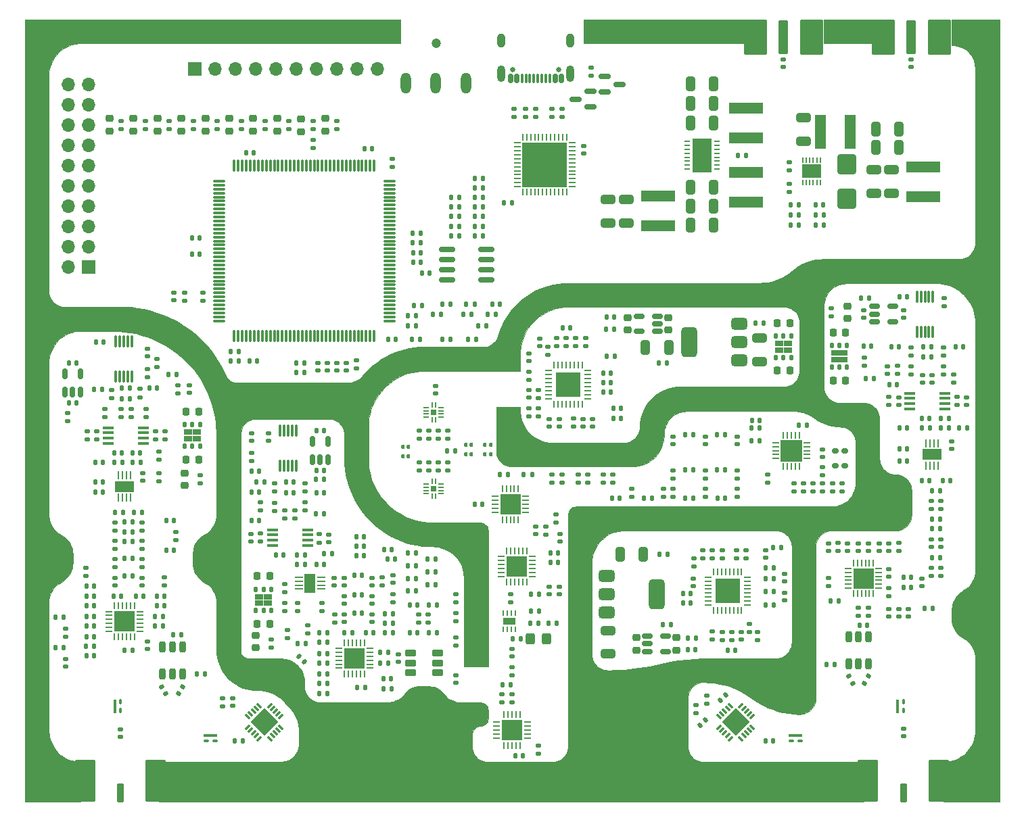
<source format=gbr>
%TF.GenerationSoftware,KiCad,Pcbnew,8.0.1*%
%TF.CreationDate,2024-03-24T21:42:04-04:00*%
%TF.ProjectId,VNA,564e412e-6b69-4636-9164-5f7063625858,rev?*%
%TF.SameCoordinates,PX535a28cPY8422900*%
%TF.FileFunction,Soldermask,Top*%
%TF.FilePolarity,Negative*%
%FSLAX46Y46*%
G04 Gerber Fmt 4.6, Leading zero omitted, Abs format (unit mm)*
G04 Created by KiCad (PCBNEW 8.0.1) date 2024-03-24 21:42:04*
%MOMM*%
%LPD*%
G01*
G04 APERTURE LIST*
G04 Aperture macros list*
%AMRoundRect*
0 Rectangle with rounded corners*
0 $1 Rounding radius*
0 $2 $3 $4 $5 $6 $7 $8 $9 X,Y pos of 4 corners*
0 Add a 4 corners polygon primitive as box body*
4,1,4,$2,$3,$4,$5,$6,$7,$8,$9,$2,$3,0*
0 Add four circle primitives for the rounded corners*
1,1,$1+$1,$2,$3*
1,1,$1+$1,$4,$5*
1,1,$1+$1,$6,$7*
1,1,$1+$1,$8,$9*
0 Add four rect primitives between the rounded corners*
20,1,$1+$1,$2,$3,$4,$5,0*
20,1,$1+$1,$4,$5,$6,$7,0*
20,1,$1+$1,$6,$7,$8,$9,0*
20,1,$1+$1,$8,$9,$2,$3,0*%
%AMRotRect*
0 Rectangle, with rotation*
0 The origin of the aperture is its center*
0 $1 length*
0 $2 width*
0 $3 Rotation angle, in degrees counterclockwise*
0 Add horizontal line*
21,1,$1,$2,0,0,$3*%
G04 Aperture macros list end*
%ADD10C,0.100000*%
%ADD11RoundRect,0.140000X-0.140000X-0.170000X0.140000X-0.170000X0.140000X0.170000X-0.140000X0.170000X0*%
%ADD12RoundRect,0.140000X0.170000X-0.140000X0.170000X0.140000X-0.170000X0.140000X-0.170000X-0.140000X0*%
%ADD13RoundRect,0.140000X-0.170000X0.140000X-0.170000X-0.140000X0.170000X-0.140000X0.170000X0.140000X0*%
%ADD14RoundRect,0.112500X-0.112500X0.202500X-0.112500X-0.202500X0.112500X-0.202500X0.112500X0.202500X0*%
%ADD15R,1.050000X0.800000*%
%ADD16RoundRect,0.135000X0.135000X0.185000X-0.135000X0.185000X-0.135000X-0.185000X0.135000X-0.185000X0*%
%ADD17RoundRect,0.135000X-0.135000X-0.185000X0.135000X-0.185000X0.135000X0.185000X-0.135000X0.185000X0*%
%ADD18RoundRect,0.135000X0.185000X-0.135000X0.185000X0.135000X-0.185000X0.135000X-0.185000X-0.135000X0*%
%ADD19RoundRect,0.147500X-0.172500X0.147500X-0.172500X-0.147500X0.172500X-0.147500X0.172500X0.147500X0*%
%ADD20RoundRect,0.140000X0.140000X0.170000X-0.140000X0.170000X-0.140000X-0.170000X0.140000X-0.170000X0*%
%ADD21RoundRect,0.150000X-0.512500X-0.150000X0.512500X-0.150000X0.512500X0.150000X-0.512500X0.150000X0*%
%ADD22RoundRect,0.250000X0.325000X0.650000X-0.325000X0.650000X-0.325000X-0.650000X0.325000X-0.650000X0*%
%ADD23RoundRect,0.135000X-0.185000X0.135000X-0.185000X-0.135000X0.185000X-0.135000X0.185000X0.135000X0*%
%ADD24RoundRect,0.225000X-0.225000X-0.250000X0.225000X-0.250000X0.225000X0.250000X-0.225000X0.250000X0*%
%ADD25R,1.400000X4.200000*%
%ADD26RoundRect,0.062500X0.350000X0.062500X-0.350000X0.062500X-0.350000X-0.062500X0.350000X-0.062500X0*%
%ADD27RoundRect,0.062500X0.062500X0.350000X-0.062500X0.350000X-0.062500X-0.350000X0.062500X-0.350000X0*%
%ADD28R,2.500000X2.500000*%
%ADD29RoundRect,0.225000X0.225000X0.250000X-0.225000X0.250000X-0.225000X-0.250000X0.225000X-0.250000X0*%
%ADD30RoundRect,0.147500X0.172500X-0.147500X0.172500X0.147500X-0.172500X0.147500X-0.172500X-0.147500X0*%
%ADD31R,1.700000X1.700000*%
%ADD32O,1.700000X1.700000*%
%ADD33RoundRect,0.250000X0.325000X0.450000X-0.325000X0.450000X-0.325000X-0.450000X0.325000X-0.450000X0*%
%ADD34RoundRect,0.200000X-0.500000X-0.200000X0.500000X-0.200000X0.500000X0.200000X-0.500000X0.200000X0*%
%ADD35RoundRect,0.105975X0.105975X-0.179475X0.105975X0.179475X-0.105975X0.179475X-0.105975X-0.179475X0*%
%ADD36RoundRect,0.218750X0.256250X-0.218750X0.256250X0.218750X-0.256250X0.218750X-0.256250X-0.218750X0*%
%ADD37C,0.650000*%
%ADD38RoundRect,0.150000X0.150000X0.425000X-0.150000X0.425000X-0.150000X-0.425000X0.150000X-0.425000X0*%
%ADD39RoundRect,0.075000X0.075000X0.500000X-0.075000X0.500000X-0.075000X-0.500000X0.075000X-0.500000X0*%
%ADD40O,1.000000X2.100000*%
%ADD41O,1.000000X1.800000*%
%ADD42RoundRect,0.075000X0.075000X-0.662500X0.075000X0.662500X-0.075000X0.662500X-0.075000X-0.662500X0*%
%ADD43RoundRect,0.075000X0.662500X-0.075000X0.662500X0.075000X-0.662500X0.075000X-0.662500X-0.075000X0*%
%ADD44RoundRect,0.225000X-0.250000X0.225000X-0.250000X-0.225000X0.250000X-0.225000X0.250000X0.225000X0*%
%ADD45RoundRect,0.250000X0.650000X-0.325000X0.650000X0.325000X-0.650000X0.325000X-0.650000X-0.325000X0*%
%ADD46RoundRect,0.062500X0.412500X0.062500X-0.412500X0.062500X-0.412500X-0.062500X0.412500X-0.062500X0*%
%ADD47R,1.450000X2.400000*%
%ADD48R,1.450000X0.450000*%
%ADD49RoundRect,0.147500X0.147500X0.172500X-0.147500X0.172500X-0.147500X-0.172500X0.147500X-0.172500X0*%
%ADD50R,4.200000X1.400000*%
%ADD51RoundRect,0.147500X-0.147500X-0.172500X0.147500X-0.172500X0.147500X0.172500X-0.147500X0.172500X0*%
%ADD52R,0.250000X0.700000*%
%ADD53R,2.380000X1.660000*%
%ADD54RoundRect,0.140000X0.219203X0.021213X0.021213X0.219203X-0.219203X-0.021213X-0.021213X-0.219203X0*%
%ADD55RoundRect,0.062500X0.062500X-0.375000X0.062500X0.375000X-0.062500X0.375000X-0.062500X-0.375000X0*%
%ADD56RoundRect,0.062500X0.375000X-0.062500X0.375000X0.062500X-0.375000X0.062500X-0.375000X-0.062500X0*%
%ADD57R,3.100000X3.100000*%
%ADD58RoundRect,0.150000X0.587500X0.150000X-0.587500X0.150000X-0.587500X-0.150000X0.587500X-0.150000X0*%
%ADD59RoundRect,0.225000X0.250000X-0.225000X0.250000X0.225000X-0.250000X0.225000X-0.250000X-0.225000X0*%
%ADD60RoundRect,0.062500X-0.062500X0.350000X-0.062500X-0.350000X0.062500X-0.350000X0.062500X0.350000X0*%
%ADD61RoundRect,0.062500X-0.350000X0.062500X-0.350000X-0.062500X0.350000X-0.062500X0.350000X0.062500X0*%
%ADD62R,2.600000X2.600000*%
%ADD63RoundRect,0.062500X0.062500X-0.412500X0.062500X0.412500X-0.062500X0.412500X-0.062500X-0.412500X0*%
%ADD64R,2.400000X1.450000*%
%ADD65RoundRect,0.135000X-0.092715X0.209413X-0.227715X-0.024413X0.092715X-0.209413X0.227715X0.024413X0*%
%ADD66R,5.600000X5.600000*%
%ADD67RoundRect,0.101600X0.300000X-1.050000X0.300000X1.050000X-0.300000X1.050000X-0.300000X-1.050000X0*%
%ADD68RoundRect,0.101600X1.143000X-2.540000X1.143000X2.540000X-1.143000X2.540000X-1.143000X-2.540000X0*%
%ADD69RoundRect,0.062500X-0.062500X0.375000X-0.062500X-0.375000X0.062500X-0.375000X0.062500X0.375000X0*%
%ADD70RoundRect,0.062500X-0.375000X0.062500X-0.375000X-0.062500X0.375000X-0.062500X0.375000X0.062500X0*%
%ADD71RoundRect,0.075000X0.075000X-0.650000X0.075000X0.650000X-0.075000X0.650000X-0.075000X-0.650000X0*%
%ADD72RoundRect,0.140000X-0.021213X0.219203X-0.219203X0.021213X0.021213X-0.219203X0.219203X-0.021213X0*%
%ADD73RoundRect,0.157500X0.255000X0.157500X-0.255000X0.157500X-0.255000X-0.157500X0.255000X-0.157500X0*%
%ADD74RoundRect,0.062500X-0.350000X-0.062500X0.350000X-0.062500X0.350000X0.062500X-0.350000X0.062500X0*%
%ADD75RoundRect,0.062500X-0.062500X-0.350000X0.062500X-0.350000X0.062500X0.350000X-0.062500X0.350000X0*%
%ADD76RoundRect,0.150000X0.150000X-0.512500X0.150000X0.512500X-0.150000X0.512500X-0.150000X-0.512500X0*%
%ADD77C,1.200000*%
%ADD78O,1.308000X2.616000*%
%ADD79RoundRect,0.075000X0.225000X0.075000X-0.225000X0.075000X-0.225000X-0.075000X0.225000X-0.075000X0*%
%ADD80RoundRect,0.087500X0.762500X0.087500X-0.762500X0.087500X-0.762500X-0.087500X0.762500X-0.087500X0*%
%ADD81RoundRect,0.250000X-0.650000X0.325000X-0.650000X-0.325000X0.650000X-0.325000X0.650000X0.325000X0*%
%ADD82RoundRect,0.150000X0.512500X0.150000X-0.512500X0.150000X-0.512500X-0.150000X0.512500X-0.150000X0*%
%ADD83RoundRect,0.112500X0.112500X-0.202500X0.112500X0.202500X-0.112500X0.202500X-0.112500X-0.202500X0*%
%ADD84RoundRect,0.075000X-0.075000X0.225000X-0.075000X-0.225000X0.075000X-0.225000X0.075000X0.225000X0*%
%ADD85RoundRect,0.087500X-0.087500X0.762500X-0.087500X-0.762500X0.087500X-0.762500X0.087500X0.762500X0*%
%ADD86RoundRect,0.135000X-0.227715X0.024413X-0.092715X-0.209413X0.227715X-0.024413X0.092715X0.209413X0*%
%ADD87RoundRect,0.101600X-0.500000X2.000000X-0.500000X-2.000000X0.500000X-2.000000X0.500000X2.000000X0*%
%ADD88RoundRect,0.101600X-1.333500X2.095500X-1.333500X-2.095500X1.333500X-2.095500X1.333500X2.095500X0*%
%ADD89RoundRect,0.250000X0.900000X-1.000000X0.900000X1.000000X-0.900000X1.000000X-0.900000X-1.000000X0*%
%ADD90RoundRect,0.100000X0.000010X-0.244000X0.000010X0.244000X-0.000010X0.244000X-0.000010X-0.244000X0*%
%ADD91RoundRect,0.100000X0.244000X0.000010X-0.244000X0.000010X-0.244000X-0.000010X0.244000X-0.000010X0*%
%ADD92R,0.760000X0.760000*%
%ADD93RoundRect,0.375000X0.625000X0.375000X-0.625000X0.375000X-0.625000X-0.375000X0.625000X-0.375000X0*%
%ADD94RoundRect,0.500000X0.500000X1.400000X-0.500000X1.400000X-0.500000X-1.400000X0.500000X-1.400000X0*%
%ADD95RoundRect,0.150000X0.825000X0.150000X-0.825000X0.150000X-0.825000X-0.150000X0.825000X-0.150000X0*%
%ADD96RoundRect,0.062500X-0.062500X0.300000X-0.062500X-0.300000X0.062500X-0.300000X0.062500X0.300000X0*%
%ADD97R,1.600000X0.900000*%
%ADD98RoundRect,0.100000X-0.000010X0.244000X-0.000010X-0.244000X0.000010X-0.244000X0.000010X0.244000X0*%
%ADD99RoundRect,0.100000X-0.244000X-0.000010X0.244000X-0.000010X0.244000X0.000010X-0.244000X0.000010X0*%
%ADD100RoundRect,0.200000X-0.200000X0.500000X-0.200000X-0.500000X0.200000X-0.500000X0.200000X0.500000X0*%
%ADD101RoundRect,0.150000X-0.587500X-0.150000X0.587500X-0.150000X0.587500X0.150000X-0.587500X0.150000X0*%
%ADD102RoundRect,0.062500X-0.203293X-0.291682X0.291682X0.203293X0.203293X0.291682X-0.291682X-0.203293X0*%
%ADD103RoundRect,0.062500X0.203293X-0.291682X0.291682X-0.203293X-0.203293X0.291682X-0.291682X0.203293X0*%
%ADD104RotRect,2.500000X2.500000X45.000000*%
%ADD105R,0.700000X0.250000*%
%ADD106R,2.440000X4.340000*%
%ADD107RoundRect,0.062500X0.337500X0.062500X-0.337500X0.062500X-0.337500X-0.062500X0.337500X-0.062500X0*%
%ADD108RoundRect,0.062500X0.062500X0.337500X-0.062500X0.337500X-0.062500X-0.337500X0.062500X-0.337500X0*%
%ADD109R,2.700000X2.700000*%
%ADD110RoundRect,0.140000X0.021213X-0.219203X0.219203X-0.021213X-0.021213X0.219203X-0.219203X0.021213X0*%
%ADD111RoundRect,0.375000X-0.625000X-0.375000X0.625000X-0.375000X0.625000X0.375000X-0.625000X0.375000X0*%
%ADD112RoundRect,0.500000X-0.500000X-1.400000X0.500000X-1.400000X0.500000X1.400000X-0.500000X1.400000X0*%
G04 APERTURE END LIST*
D10*
X90018900Y92983600D02*
X70018900Y92983600D01*
X70018900Y95983600D01*
X90018900Y95983600D01*
X90018900Y92983600D01*
G36*
X90018900Y92983600D02*
G01*
X70018900Y92983600D01*
X70018900Y95983600D01*
X90018900Y95983600D01*
X90018900Y92983600D01*
G37*
X106018900Y92983600D02*
X100018900Y92983600D01*
X100018900Y95983600D01*
X106018900Y95983600D01*
X106018900Y92983600D01*
G36*
X106018900Y92983600D02*
G01*
X100018900Y92983600D01*
X100018900Y95983600D01*
X106018900Y95983600D01*
X106018900Y92983600D01*
G37*
X47018900Y92983600D02*
X7018900Y92983600D01*
X6238539Y92906741D01*
X5857761Y92811361D01*
X5488166Y92679118D01*
X5133313Y92511285D01*
X4796619Y92309478D01*
X4481327Y92075642D01*
X4190473Y91812027D01*
X3926858Y91521173D01*
X3693022Y91205881D01*
X3491215Y90869187D01*
X3323382Y90514334D01*
X3191139Y90144739D01*
X3095759Y89763961D01*
X3038161Y89375669D01*
X3018900Y88983600D01*
X3018900Y61983600D01*
X3039257Y61698970D01*
X3099914Y61420135D01*
X3199636Y61152770D01*
X3336393Y60902318D01*
X3507401Y60673879D01*
X3709179Y60472101D01*
X3937618Y60301093D01*
X4188070Y60164336D01*
X4455435Y60064614D01*
X4734270Y60003957D01*
X5018900Y59983600D01*
X9018900Y59983600D01*
X11018900Y59983600D01*
X12556292Y60007720D01*
X13323765Y59958267D01*
X14087508Y59867955D01*
X14845347Y59737040D01*
X15595127Y59565895D01*
X16334712Y59355008D01*
X17061998Y59104978D01*
X17774915Y58816517D01*
X18471433Y58490446D01*
X19149570Y58127693D01*
X19807397Y57729292D01*
X20443040Y57296374D01*
X21054691Y56830173D01*
X21640608Y56332016D01*
X22199125Y55803321D01*
X22728651Y55245592D01*
X23227679Y54660416D01*
X23694789Y54049459D01*
X24128652Y53414461D01*
X24528032Y52757228D01*
X24891794Y52079631D01*
X25218900Y51383599D01*
X25218900Y51383600D01*
X25266350Y51282325D01*
X25318900Y51183600D01*
X25456272Y50983945D01*
X25626485Y50811431D01*
X25824278Y50671391D01*
X26043537Y50568151D01*
X26277488Y50504902D01*
X26518899Y50483600D01*
X26518900Y50483600D01*
X40318900Y50483600D01*
X40642700Y50495125D01*
X40962321Y50548238D01*
X41272446Y50642055D01*
X41567913Y50775015D01*
X41843804Y50944905D01*
X42095530Y51148899D01*
X42318900Y51383600D01*
X42735682Y51851805D01*
X43180884Y52293074D01*
X43652770Y52705684D01*
X44149496Y53088027D01*
X44669125Y53438611D01*
X45209629Y53756067D01*
X45768900Y54039156D01*
X46344754Y54286774D01*
X46934946Y54497955D01*
X47537171Y54671875D01*
X48149080Y54807855D01*
X48768285Y54905364D01*
X49392370Y54964022D01*
X50018900Y54983600D01*
X57018900Y54983600D01*
X57570205Y54976671D01*
X57841431Y55029476D01*
X58102943Y55118716D01*
X58349870Y55242728D01*
X58577614Y55399203D01*
X58781934Y55585228D01*
X58959026Y55797337D01*
X59105591Y56031582D01*
X59218900Y56283600D01*
X59518900Y57083600D01*
X59751478Y57641519D01*
X60018900Y58183600D01*
X60666497Y59222273D01*
X61041383Y59706468D01*
X61448097Y60164253D01*
X61884784Y60593540D01*
X62349453Y60992371D01*
X62839983Y61358927D01*
X63354138Y61691536D01*
X63889572Y61988680D01*
X64443841Y62249004D01*
X65014419Y62471321D01*
X65598702Y62654616D01*
X66194025Y62798053D01*
X66797672Y62900977D01*
X67406890Y62962921D01*
X68018900Y62983600D01*
X75018900Y62983600D01*
X92018900Y62983600D01*
X92503391Y63002923D01*
X92984804Y63060771D01*
X93460081Y63156777D01*
X93926202Y63290330D01*
X94380206Y63460581D01*
X94819208Y63666450D01*
X95240421Y63906628D01*
X95641166Y64179589D01*
X96018900Y64483600D01*
X96797379Y65060572D01*
X97218592Y65300750D01*
X97657594Y65506618D01*
X98111598Y65676870D01*
X98577719Y65810423D01*
X99052996Y65906428D01*
X99534409Y65964276D01*
X100018900Y65983600D01*
X117018900Y65983600D01*
X117303530Y66003957D01*
X117582365Y66064614D01*
X117849730Y66164336D01*
X118100182Y66301093D01*
X118328621Y66472101D01*
X118530399Y66673879D01*
X118701407Y66902318D01*
X118838164Y67152770D01*
X118937886Y67420135D01*
X118998543Y67698970D01*
X119018900Y67983600D01*
X119018900Y89783600D01*
X118943684Y90451163D01*
X118850550Y90774437D01*
X118721807Y91085251D01*
X118559073Y91379696D01*
X118364394Y91654069D01*
X118140220Y91904920D01*
X117889369Y92129094D01*
X117614996Y92323773D01*
X117320551Y92486507D01*
X117009737Y92615250D01*
X116686463Y92708384D01*
X116354793Y92764737D01*
X116018900Y92783600D01*
X116018900Y95983600D01*
X122018900Y95983600D01*
X122018900Y65983600D01*
X122018900Y-2016400D01*
X115018900Y-2016400D01*
X115018900Y2983600D01*
X115799261Y3060459D01*
X116180039Y3155839D01*
X116549634Y3288082D01*
X116904487Y3455915D01*
X117241181Y3657722D01*
X117556473Y3891558D01*
X117847327Y4155173D01*
X118110942Y4446027D01*
X118344778Y4761319D01*
X118546585Y5098013D01*
X118714418Y5452866D01*
X118846661Y5822461D01*
X118942041Y6203239D01*
X118999639Y6591531D01*
X119018900Y6983600D01*
X119018900Y15983600D01*
X118998493Y16323047D01*
X118937566Y16657604D01*
X118836996Y16982452D01*
X118698231Y17292912D01*
X118523272Y17584511D01*
X118314638Y17853048D01*
X118075334Y18094656D01*
X117808808Y18305855D01*
X117518899Y18483600D01*
X117518900Y18483600D01*
X117228991Y18661346D01*
X116962466Y18872544D01*
X116723162Y19114152D01*
X116514528Y19382690D01*
X116339569Y19674288D01*
X116200805Y19984748D01*
X116100235Y20309596D01*
X116039307Y20644153D01*
X116018900Y20983600D01*
X116018900Y21983600D01*
X116100234Y22657604D01*
X116200804Y22982452D01*
X116339568Y23292912D01*
X116514528Y23584511D01*
X116723162Y23853048D01*
X116962465Y24094656D01*
X117228991Y24305854D01*
X117518900Y24483600D01*
X117808809Y24661345D01*
X118075335Y24872544D01*
X118314638Y25114152D01*
X118523272Y25382690D01*
X118698231Y25674289D01*
X118836995Y25984748D01*
X118937565Y26309596D01*
X118998493Y26644154D01*
X119018900Y26983601D01*
X119018900Y57983600D01*
X118999873Y58419379D01*
X118942939Y58851841D01*
X118848529Y59277695D01*
X118717363Y59693701D01*
X118550439Y60096691D01*
X118349027Y60483600D01*
X118114660Y60851482D01*
X117849122Y61197538D01*
X117554434Y61519134D01*
X117232838Y61813822D01*
X116886782Y62079360D01*
X116518900Y62313727D01*
X116131991Y62515139D01*
X115729001Y62682063D01*
X115312995Y62813229D01*
X114887141Y62907639D01*
X114454679Y62964573D01*
X114018900Y62983600D01*
X103018900Y62983600D01*
X102351337Y62908384D01*
X102028063Y62815250D01*
X101717249Y62686507D01*
X101422804Y62523773D01*
X101148431Y62329094D01*
X100897580Y62104920D01*
X100673406Y61854069D01*
X100478727Y61579696D01*
X100315993Y61285251D01*
X100187250Y60974437D01*
X100094116Y60651163D01*
X100037763Y60319493D01*
X100018900Y59983600D01*
X100018900Y49983600D01*
X100039257Y49698970D01*
X100099914Y49420135D01*
X100199636Y49152770D01*
X100336393Y48902318D01*
X100507401Y48673879D01*
X100709179Y48472101D01*
X100937618Y48301093D01*
X101188070Y48164336D01*
X101455435Y48064614D01*
X101734270Y48003957D01*
X102018900Y47983600D01*
X105018900Y47983600D01*
X105303530Y47963243D01*
X105582365Y47902586D01*
X105849730Y47802864D01*
X106100182Y47666107D01*
X106328621Y47495099D01*
X106530399Y47293321D01*
X106701407Y47064882D01*
X106838164Y46814430D01*
X106937886Y46547065D01*
X106998543Y46268230D01*
X107018900Y45983600D01*
X107018900Y40983600D01*
X107039257Y40698970D01*
X107099914Y40420135D01*
X107199636Y40152770D01*
X107336393Y39902318D01*
X107507401Y39673879D01*
X107709179Y39472101D01*
X107937618Y39301093D01*
X108188070Y39164336D01*
X108455435Y39064614D01*
X108734270Y39003957D01*
X109018900Y38983600D01*
X109303530Y38963243D01*
X109582365Y38902586D01*
X109849730Y38802864D01*
X110100182Y38666107D01*
X110328621Y38495099D01*
X110530399Y38293321D01*
X110701407Y38064882D01*
X110838164Y37814430D01*
X110937886Y37547065D01*
X110998543Y37268230D01*
X111018900Y36983600D01*
X111018900Y33983600D01*
X110998543Y33698970D01*
X110937886Y33420135D01*
X110838164Y33152770D01*
X110701407Y32902318D01*
X110530399Y32673879D01*
X110328621Y32472101D01*
X110100182Y32301093D01*
X109849730Y32164336D01*
X109582365Y32064614D01*
X109303530Y32003957D01*
X109018900Y31983600D01*
X101018900Y31983600D01*
X100734270Y31963243D01*
X100455435Y31902586D01*
X100188070Y31802864D01*
X99937618Y31666107D01*
X99709179Y31495099D01*
X99507401Y31293321D01*
X99336393Y31064882D01*
X99199636Y30814430D01*
X99099914Y30547065D01*
X99039257Y30268230D01*
X99018900Y29983600D01*
X99018900Y15983600D01*
X99018900Y10983600D01*
X98998543Y10698970D01*
X98937886Y10420135D01*
X98838164Y10152770D01*
X98701407Y9902318D01*
X98530399Y9673879D01*
X98328621Y9472101D01*
X98100182Y9301093D01*
X97849730Y9164336D01*
X97582365Y9064614D01*
X97303530Y9003957D01*
X97018900Y8983600D01*
X96310010Y9008758D01*
X95604686Y9084105D01*
X94906479Y9209262D01*
X94218900Y9383600D01*
X93621338Y9578565D01*
X93037274Y9810862D01*
X91918900Y10383600D01*
X91018900Y10983600D01*
X90490946Y11350843D01*
X89940733Y11683812D01*
X89370481Y11981160D01*
X88782495Y12241688D01*
X88179148Y12464344D01*
X87562877Y12648228D01*
X86936171Y12792597D01*
X86301561Y12896869D01*
X85661609Y12960623D01*
X85018900Y12983600D01*
X85018899Y12983600D01*
X84733892Y12964246D01*
X84454583Y12904327D01*
X84186716Y12805076D01*
X83935798Y12668532D01*
X83706989Y12497505D01*
X83504994Y12295510D01*
X83333967Y12066702D01*
X83197423Y11815784D01*
X83098172Y11547916D01*
X83038253Y11268607D01*
X83018900Y10983600D01*
X83018900Y7483600D01*
X83018900Y4983600D01*
X83039257Y4698970D01*
X83099914Y4420135D01*
X83199636Y4152770D01*
X83336393Y3902318D01*
X83507401Y3673879D01*
X83709179Y3472101D01*
X83937618Y3301093D01*
X84188070Y3164336D01*
X84455435Y3064614D01*
X84734270Y3003957D01*
X85018900Y2983600D01*
X105018900Y2983600D01*
X105018900Y-2016400D01*
X16818900Y-2016400D01*
X16818900Y2983600D01*
X32018900Y2983600D01*
X32614184Y3061971D01*
X32899072Y3158677D01*
X33168900Y3291742D01*
X33419051Y3458887D01*
X33645246Y3657254D01*
X33843613Y3883449D01*
X34010758Y4133600D01*
X34143823Y4403428D01*
X34240529Y4688316D01*
X34299223Y4983390D01*
X34318900Y5283600D01*
X34318900Y6983600D01*
X34233837Y7750808D01*
X34137682Y8125033D01*
X34006807Y8488575D01*
X33842368Y8838219D01*
X33645820Y9170874D01*
X33418900Y9483600D01*
X33409398Y9495477D01*
X33018900Y9983600D01*
X32397113Y10669746D01*
X32041274Y10966721D01*
X31659465Y11229470D01*
X31254967Y11455736D01*
X30831255Y11643575D01*
X30391971Y11791372D01*
X29940888Y11897859D01*
X29481882Y11962119D01*
X29018899Y11983600D01*
X29018900Y11983600D01*
X28583121Y12002627D01*
X28150659Y12059561D01*
X27724805Y12153971D01*
X27308799Y12285137D01*
X26905809Y12452061D01*
X26518900Y12653473D01*
X26151018Y12887840D01*
X25804962Y13153378D01*
X25483366Y13448066D01*
X25188678Y13769662D01*
X24923140Y14115718D01*
X24688773Y14483600D01*
X24487361Y14870509D01*
X24320437Y15273499D01*
X24189271Y15689505D01*
X24094861Y16115359D01*
X24037927Y16547821D01*
X24018900Y16983600D01*
X27018900Y16983600D01*
X27095020Y16600917D01*
X27187430Y16428030D01*
X27311793Y16276493D01*
X27463330Y16152130D01*
X27636217Y16059720D01*
X27823810Y16002815D01*
X28018900Y15983600D01*
X32018900Y15983600D01*
X32686463Y15908384D01*
X33009737Y15815250D01*
X33320551Y15686507D01*
X33614996Y15523773D01*
X33889369Y15329094D01*
X34140220Y15104920D01*
X34364394Y14854069D01*
X34559073Y14579696D01*
X34721807Y14285251D01*
X34850550Y13974437D01*
X34943684Y13651163D01*
X35000037Y13319493D01*
X35018900Y12983600D01*
X35018900Y12483600D01*
X35039257Y12198970D01*
X35099914Y11920135D01*
X35199636Y11652770D01*
X35336393Y11402318D01*
X35507401Y11173879D01*
X35709179Y10972101D01*
X35937618Y10801093D01*
X36188070Y10664336D01*
X36455435Y10564614D01*
X36734270Y10503957D01*
X37018900Y10483600D01*
X45518900Y10483600D01*
X46173532Y10570830D01*
X46486484Y10678436D01*
X46782481Y10826434D01*
X47056337Y11012233D01*
X47303252Y11232575D01*
X47518900Y11483600D01*
X47981464Y11954968D01*
X48255319Y12140766D01*
X48551316Y12288764D01*
X48864268Y12396370D01*
X49188692Y12461697D01*
X49518901Y12483600D01*
X50518900Y12483600D01*
X51173532Y12396370D01*
X51486484Y12288764D01*
X51782481Y12140765D01*
X52056337Y11954967D01*
X52303252Y11734624D01*
X52518901Y11483599D01*
X52518900Y11483600D01*
X52981464Y11012233D01*
X53255319Y10826434D01*
X53551316Y10678436D01*
X53864268Y10570830D01*
X54188691Y10505504D01*
X54518900Y10483600D01*
X57018900Y10483600D01*
X57401583Y10407480D01*
X57574470Y10315070D01*
X57726007Y10190707D01*
X57850370Y10039170D01*
X57942780Y9866283D01*
X57999685Y9678690D01*
X58018900Y9483600D01*
X58018900Y8483600D01*
X57942780Y8100917D01*
X57850370Y7928030D01*
X57726007Y7776493D01*
X57574470Y7652130D01*
X57401583Y7559720D01*
X57213990Y7502815D01*
X57018900Y7483600D01*
X56636217Y7407480D01*
X56463330Y7315070D01*
X56311793Y7190707D01*
X56187430Y7039170D01*
X56095020Y6866283D01*
X56038115Y6678690D01*
X56018900Y6483600D01*
X56018900Y4983600D01*
X56039257Y4698970D01*
X56099914Y4420135D01*
X56199636Y4152770D01*
X56336393Y3902318D01*
X56507401Y3673879D01*
X56709179Y3472101D01*
X56937618Y3301093D01*
X57188070Y3164336D01*
X57455435Y3064614D01*
X57734270Y3003957D01*
X58018900Y2983600D01*
X66018900Y2983600D01*
X66303530Y3003957D01*
X66582365Y3064614D01*
X66849730Y3164336D01*
X67100182Y3301093D01*
X67328621Y3472101D01*
X67530399Y3673879D01*
X67701407Y3902318D01*
X67838164Y4152770D01*
X67937886Y4420135D01*
X67998543Y4698970D01*
X68018900Y4983600D01*
X68018900Y7483600D01*
X68018900Y16483600D01*
X71018900Y16483600D01*
X71039257Y16198970D01*
X71099914Y15920135D01*
X71199636Y15652770D01*
X71336393Y15402318D01*
X71507401Y15173879D01*
X71709179Y14972101D01*
X71937618Y14801093D01*
X72188070Y14664336D01*
X72455435Y14564614D01*
X72734270Y14503957D01*
X73018900Y14483600D01*
X74084927Y14503657D01*
X75149444Y14563799D01*
X76210946Y14663940D01*
X78318900Y14983600D01*
X79718900Y15283600D01*
X80785203Y15514258D01*
X81860262Y15699876D01*
X82942175Y15840124D01*
X84822446Y15964060D01*
X85118900Y15983600D01*
X94018900Y15983600D01*
X94303530Y16003957D01*
X94582365Y16064614D01*
X94849730Y16164336D01*
X95100182Y16301093D01*
X95328621Y16472101D01*
X95530399Y16673879D01*
X95701407Y16902318D01*
X95838164Y17152770D01*
X95937886Y17420135D01*
X95998543Y17698970D01*
X96018900Y17983600D01*
X96018900Y29983600D01*
X95998543Y30268230D01*
X95937886Y30547065D01*
X95838164Y30814430D01*
X95701407Y31064882D01*
X95530399Y31293321D01*
X95328621Y31495099D01*
X95100182Y31666107D01*
X94849730Y31802864D01*
X94582365Y31902586D01*
X94303530Y31963243D01*
X94018900Y31983600D01*
X75018900Y31983600D01*
X74238539Y31906741D01*
X73857761Y31811361D01*
X73488166Y31679118D01*
X73133313Y31511285D01*
X72796619Y31309478D01*
X72481327Y31075642D01*
X72190473Y30812027D01*
X71926858Y30521173D01*
X71693022Y30205881D01*
X71491215Y29869187D01*
X71323382Y29514334D01*
X71191139Y29144739D01*
X71095759Y28763961D01*
X71038161Y28375669D01*
X71018900Y27983600D01*
X71018900Y27883600D01*
X71018900Y16983600D01*
X71018900Y16483600D01*
X68018900Y16483600D01*
X68018900Y33983600D01*
X68095020Y34366283D01*
X68187430Y34539170D01*
X68311793Y34690707D01*
X68463330Y34815070D01*
X68636217Y34907480D01*
X68823810Y34964385D01*
X69018900Y34983600D01*
X99018900Y34983600D01*
X101018900Y34983600D01*
X101686463Y35058816D01*
X102009737Y35151950D01*
X102320551Y35280693D01*
X102614996Y35443427D01*
X102889369Y35638106D01*
X103140220Y35862280D01*
X103364394Y36113131D01*
X103559073Y36387504D01*
X103721807Y36681949D01*
X103850550Y36992763D01*
X103943684Y37316037D01*
X104000037Y37647707D01*
X104018900Y37983600D01*
X104018900Y42983600D01*
X103998543Y43268230D01*
X103937886Y43547065D01*
X103838164Y43814430D01*
X103701407Y44064882D01*
X103530399Y44293321D01*
X103328621Y44495099D01*
X103100182Y44666107D01*
X102849730Y44802864D01*
X102582365Y44902586D01*
X102303530Y44963243D01*
X102018900Y44983600D01*
X101559904Y45004713D01*
X101104783Y45067871D01*
X100657383Y45172543D01*
X100221480Y45317844D01*
X99800757Y45502547D01*
X99398765Y45725092D01*
X99018901Y45983600D01*
X99018900Y45983600D01*
X98237044Y46464653D01*
X97816320Y46649356D01*
X97380417Y46794657D01*
X96933017Y46899329D01*
X96477896Y46962488D01*
X96018900Y46983600D01*
X83018900Y46983600D01*
X82351337Y46908384D01*
X82028063Y46815250D01*
X81717249Y46686507D01*
X81422804Y46523773D01*
X81148431Y46329094D01*
X80897580Y46104920D01*
X80673406Y45854069D01*
X80478727Y45579696D01*
X80315993Y45285251D01*
X80187250Y44974437D01*
X80094116Y44651163D01*
X80037763Y44319493D01*
X80018900Y43983600D01*
X79942041Y43203239D01*
X79846661Y42822461D01*
X79714418Y42452866D01*
X79546585Y42098013D01*
X79344778Y41761319D01*
X79110942Y41446027D01*
X78847327Y41155173D01*
X78556473Y40891558D01*
X78241181Y40657722D01*
X77904487Y40455915D01*
X77549634Y40288082D01*
X77180039Y40155839D01*
X76799261Y40060459D01*
X76410969Y40002861D01*
X76018900Y39983600D01*
X61018900Y39983600D01*
X60734270Y40003957D01*
X60455435Y40064614D01*
X60188070Y40164336D01*
X59937618Y40301093D01*
X59709179Y40472101D01*
X59507401Y40673879D01*
X59336393Y40902318D01*
X59199636Y41152770D01*
X59099914Y41420135D01*
X59039257Y41698970D01*
X59018900Y41983600D01*
X59018900Y47483600D01*
X62018900Y47483600D01*
X62018900Y46983600D01*
X62095759Y46203239D01*
X62191139Y45822461D01*
X62323382Y45452866D01*
X62491215Y45098013D01*
X62693022Y44761319D01*
X62926858Y44446027D01*
X63190473Y44155173D01*
X63481327Y43891558D01*
X63796619Y43657722D01*
X64133313Y43455915D01*
X64488166Y43288082D01*
X64857761Y43155839D01*
X65238539Y43060459D01*
X65626831Y43002861D01*
X66018900Y42983600D01*
X75018900Y42983600D01*
X75303530Y43003957D01*
X75582365Y43064614D01*
X75849730Y43164336D01*
X76100182Y43301093D01*
X76328621Y43472101D01*
X76530399Y43673879D01*
X76701407Y43902318D01*
X76838164Y44152770D01*
X76937886Y44420135D01*
X76998543Y44698970D01*
X77018900Y44983600D01*
X77037927Y45419379D01*
X77094861Y45851841D01*
X77189271Y46277695D01*
X77320437Y46693701D01*
X77487361Y47096691D01*
X77688773Y47483600D01*
X77923140Y47851482D01*
X78188678Y48197538D01*
X78483366Y48519134D01*
X78804962Y48813822D01*
X79151018Y49079360D01*
X79518900Y49313727D01*
X79905809Y49515139D01*
X80308799Y49682063D01*
X80724805Y49813229D01*
X81150659Y49907639D01*
X81583121Y49964573D01*
X82018900Y49983600D01*
X95018900Y49983600D01*
X95303530Y50003957D01*
X95582365Y50064614D01*
X95849730Y50164336D01*
X96100182Y50301093D01*
X96328621Y50472101D01*
X96530399Y50673879D01*
X96701407Y50902318D01*
X96838164Y51152770D01*
X96937886Y51420135D01*
X96998543Y51698970D01*
X97018900Y51983600D01*
X97018900Y57983600D01*
X96998543Y58268230D01*
X96937886Y58547065D01*
X96838164Y58814430D01*
X96701407Y59064882D01*
X96530399Y59293321D01*
X96328621Y59495099D01*
X96100182Y59666107D01*
X95849730Y59802864D01*
X95582365Y59902586D01*
X95303530Y59963243D01*
X95018900Y59983600D01*
X75018900Y59983600D01*
X68018900Y59983600D01*
X67523424Y59963107D01*
X67031332Y59901768D01*
X66545987Y59800002D01*
X66070703Y59658503D01*
X65608727Y59478240D01*
X65163216Y59260443D01*
X64737211Y59006599D01*
X64333624Y58718443D01*
X63955211Y58397943D01*
X63604557Y58047289D01*
X63284057Y57668876D01*
X62995901Y57265289D01*
X62742057Y56839284D01*
X62524260Y56393773D01*
X62343997Y55931797D01*
X62202498Y55456513D01*
X62100732Y54971168D01*
X62039393Y54479076D01*
X62018900Y53983600D01*
X62018900Y51983600D01*
X50018900Y51983600D01*
X49495789Y51964027D01*
X48975604Y51905416D01*
X48461253Y51808095D01*
X47955614Y51672610D01*
X47461513Y51499716D01*
X46981714Y51290382D01*
X46518900Y51045778D01*
X46075660Y50767271D01*
X45654471Y50456420D01*
X45257691Y50114963D01*
X44887537Y49744809D01*
X44546080Y49348029D01*
X44235229Y48926840D01*
X43956722Y48483600D01*
X43712118Y48020786D01*
X43502784Y47540987D01*
X43329890Y47046886D01*
X43194405Y46541247D01*
X43097084Y46026896D01*
X43038473Y45506711D01*
X43018900Y44983600D01*
X43018900Y40983600D01*
X43039283Y40412887D01*
X43100328Y39845081D01*
X43201725Y39283078D01*
X43342956Y38729740D01*
X43523302Y38187887D01*
X43741844Y37660280D01*
X43997468Y37149608D01*
X44288872Y36658473D01*
X44614570Y36189379D01*
X44972903Y35744714D01*
X45362046Y35326746D01*
X45780014Y34937603D01*
X46224679Y34579270D01*
X46693773Y34253572D01*
X47184908Y33962168D01*
X47695580Y33706544D01*
X48223187Y33488002D01*
X48765040Y33307656D01*
X49318378Y33166425D01*
X49880381Y33065028D01*
X50448187Y33003983D01*
X51018900Y32983600D01*
X57018900Y32983600D01*
X57401583Y32907480D01*
X57574470Y32815070D01*
X57726007Y32690707D01*
X57850370Y32539170D01*
X57942780Y32366283D01*
X57999685Y32178690D01*
X58018900Y31983600D01*
X58018900Y14983600D01*
X55018900Y14983600D01*
X55018900Y25983600D01*
X54942041Y26763961D01*
X54846661Y27144739D01*
X54714418Y27514334D01*
X54546585Y27869187D01*
X54344778Y28205881D01*
X54110942Y28521173D01*
X53847327Y28812027D01*
X53556473Y29075642D01*
X53241181Y29309478D01*
X52904487Y29511285D01*
X52549634Y29679118D01*
X52180039Y29811361D01*
X51799261Y29906741D01*
X51410969Y29964339D01*
X51018900Y29983600D01*
X49692997Y30063802D01*
X49036095Y30163781D01*
X48386428Y30303240D01*
X47746366Y30481670D01*
X47118246Y30698421D01*
X46504359Y30952702D01*
X45906945Y31243584D01*
X45328184Y31570006D01*
X44770188Y31930777D01*
X44234992Y32324582D01*
X43724551Y32749982D01*
X43240725Y33205425D01*
X42785282Y33689251D01*
X42359882Y34199692D01*
X41966077Y34734888D01*
X41605306Y35292884D01*
X41278884Y35871645D01*
X40988002Y36469059D01*
X40733721Y37082946D01*
X40516970Y37711066D01*
X40338540Y38351128D01*
X40199081Y39000795D01*
X40099102Y39657697D01*
X40038969Y40319437D01*
X40018900Y40983600D01*
X40018900Y43983600D01*
X39998543Y44268230D01*
X39937886Y44547065D01*
X39838164Y44814430D01*
X39701407Y45064882D01*
X39530399Y45293321D01*
X39328621Y45495099D01*
X39100182Y45666107D01*
X38849730Y45802864D01*
X38582365Y45902586D01*
X38303530Y45963243D01*
X38018900Y45983600D01*
X29018900Y45983600D01*
X28734270Y45963243D01*
X28455435Y45902586D01*
X28188070Y45802864D01*
X27937618Y45666107D01*
X27709179Y45495099D01*
X27507401Y45293321D01*
X27336393Y45064882D01*
X27199636Y44814430D01*
X27099914Y44547065D01*
X27039257Y44268230D01*
X27018900Y43983600D01*
X27018900Y16983600D01*
X24018900Y16983600D01*
X24018900Y22983600D01*
X23998493Y23323047D01*
X23937566Y23657604D01*
X23836996Y23982452D01*
X23698231Y24292912D01*
X23523272Y24584511D01*
X23314638Y24853048D01*
X23075334Y25094656D01*
X22808808Y25305855D01*
X22518899Y25483600D01*
X22518900Y25483600D01*
X22228991Y25661346D01*
X21962466Y25872544D01*
X21723162Y26114152D01*
X21514528Y26382690D01*
X21339569Y26674288D01*
X21200805Y26984748D01*
X21100235Y27309596D01*
X21039307Y27644153D01*
X21018900Y27983600D01*
X21018900Y28983600D01*
X21100234Y29657604D01*
X21200804Y29982452D01*
X21339568Y30292912D01*
X21514528Y30584511D01*
X21723162Y30853048D01*
X21962465Y31094656D01*
X22228991Y31305854D01*
X22518900Y31483600D01*
X22808809Y31661345D01*
X23075335Y31872544D01*
X23314638Y32114152D01*
X23523272Y32382690D01*
X23698231Y32674289D01*
X23836995Y32984748D01*
X23937565Y33309596D01*
X23998493Y33644154D01*
X24018900Y33983601D01*
X24018900Y43983600D01*
X23937159Y45439138D01*
X23835223Y46161181D01*
X23692963Y46876372D01*
X23510825Y47582462D01*
X23289383Y48277228D01*
X23029334Y48958485D01*
X22731495Y49624089D01*
X22396804Y50271946D01*
X22026315Y50900017D01*
X21621191Y51506327D01*
X21182709Y52088967D01*
X20712248Y52646106D01*
X20211288Y53175988D01*
X19681406Y53676948D01*
X19124267Y54147409D01*
X18541627Y54585891D01*
X17935317Y54991015D01*
X17307246Y55361504D01*
X16659389Y55696195D01*
X15993785Y55994034D01*
X15312528Y56254083D01*
X14617762Y56475525D01*
X13911672Y56657663D01*
X13196481Y56799923D01*
X12474438Y56901859D01*
X11747816Y56963149D01*
X11018900Y56983600D01*
X9018900Y56983600D01*
X7018900Y56983600D01*
X6238539Y56906741D01*
X5857761Y56811361D01*
X5488166Y56679118D01*
X5133313Y56511285D01*
X4796619Y56309478D01*
X4481327Y56075642D01*
X4190473Y55812027D01*
X3926858Y55521173D01*
X3693022Y55205881D01*
X3491215Y54869187D01*
X3323382Y54514334D01*
X3191139Y54144739D01*
X3095759Y53763961D01*
X3038161Y53375669D01*
X3018900Y52983600D01*
X3018900Y33983600D01*
X3100234Y33309596D01*
X3200804Y32984748D01*
X3339569Y32674289D01*
X3514528Y32382690D01*
X3723162Y32114152D01*
X3962465Y31872544D01*
X4228991Y31661346D01*
X4518900Y31483600D01*
X4808809Y31305854D01*
X5075334Y31094656D01*
X5314638Y30853047D01*
X5523272Y30584510D01*
X5698231Y30292911D01*
X5836995Y29982451D01*
X5937565Y29657603D01*
X5998493Y29323046D01*
X6018900Y28983599D01*
X6018900Y27983600D01*
X5998493Y27644153D01*
X5937565Y27309596D01*
X5836995Y26984748D01*
X5698231Y26674288D01*
X5523272Y26382690D01*
X5314638Y26114152D01*
X5075334Y25872544D01*
X4808808Y25661346D01*
X4518900Y25483600D01*
X4228992Y25305854D01*
X3962466Y25094655D01*
X3723163Y24853047D01*
X3514529Y24584510D01*
X3339569Y24292911D01*
X3200805Y23982452D01*
X3100235Y23657604D01*
X3039307Y23323047D01*
X3018900Y22983600D01*
X3018900Y6983600D01*
X3095759Y6203239D01*
X3191139Y5822461D01*
X3323382Y5452866D01*
X3491215Y5098013D01*
X3693022Y4761319D01*
X3926858Y4446027D01*
X4190473Y4155173D01*
X4481327Y3891558D01*
X4796619Y3657722D01*
X5133313Y3455915D01*
X5488166Y3288082D01*
X5857761Y3155839D01*
X6238539Y3060459D01*
X6626831Y3002861D01*
X7018900Y2983600D01*
X7018900Y-2016400D01*
X18900Y-2016400D01*
X18900Y95983600D01*
X47018900Y95983600D01*
X47018900Y92983600D01*
G36*
X47018900Y92983600D02*
G01*
X7018900Y92983600D01*
X6238539Y92906741D01*
X5857761Y92811361D01*
X5488166Y92679118D01*
X5133313Y92511285D01*
X4796619Y92309478D01*
X4481327Y92075642D01*
X4190473Y91812027D01*
X3926858Y91521173D01*
X3693022Y91205881D01*
X3491215Y90869187D01*
X3323382Y90514334D01*
X3191139Y90144739D01*
X3095759Y89763961D01*
X3038161Y89375669D01*
X3018900Y88983600D01*
X3018900Y61983600D01*
X3039257Y61698970D01*
X3099914Y61420135D01*
X3199636Y61152770D01*
X3336393Y60902318D01*
X3507401Y60673879D01*
X3709179Y60472101D01*
X3937618Y60301093D01*
X4188070Y60164336D01*
X4455435Y60064614D01*
X4734270Y60003957D01*
X5018900Y59983600D01*
X9018900Y59983600D01*
X11018900Y59983600D01*
X12556292Y60007720D01*
X13323765Y59958267D01*
X14087508Y59867955D01*
X14845347Y59737040D01*
X15595127Y59565895D01*
X16334712Y59355008D01*
X17061998Y59104978D01*
X17774915Y58816517D01*
X18471433Y58490446D01*
X19149570Y58127693D01*
X19807397Y57729292D01*
X20443040Y57296374D01*
X21054691Y56830173D01*
X21640608Y56332016D01*
X22199125Y55803321D01*
X22728651Y55245592D01*
X23227679Y54660416D01*
X23694789Y54049459D01*
X24128652Y53414461D01*
X24528032Y52757228D01*
X24891794Y52079631D01*
X25218900Y51383599D01*
X25218900Y51383600D01*
X25266350Y51282325D01*
X25318900Y51183600D01*
X25456272Y50983945D01*
X25626485Y50811431D01*
X25824278Y50671391D01*
X26043537Y50568151D01*
X26277488Y50504902D01*
X26518899Y50483600D01*
X26518900Y50483600D01*
X40318900Y50483600D01*
X40642700Y50495125D01*
X40962321Y50548238D01*
X41272446Y50642055D01*
X41567913Y50775015D01*
X41843804Y50944905D01*
X42095530Y51148899D01*
X42318900Y51383600D01*
X42735682Y51851805D01*
X43180884Y52293074D01*
X43652770Y52705684D01*
X44149496Y53088027D01*
X44669125Y53438611D01*
X45209629Y53756067D01*
X45768900Y54039156D01*
X46344754Y54286774D01*
X46934946Y54497955D01*
X47537171Y54671875D01*
X48149080Y54807855D01*
X48768285Y54905364D01*
X49392370Y54964022D01*
X50018900Y54983600D01*
X57018900Y54983600D01*
X57570205Y54976671D01*
X57841431Y55029476D01*
X58102943Y55118716D01*
X58349870Y55242728D01*
X58577614Y55399203D01*
X58781934Y55585228D01*
X58959026Y55797337D01*
X59105591Y56031582D01*
X59218900Y56283600D01*
X59518900Y57083600D01*
X59751478Y57641519D01*
X60018900Y58183600D01*
X60666497Y59222273D01*
X61041383Y59706468D01*
X61448097Y60164253D01*
X61884784Y60593540D01*
X62349453Y60992371D01*
X62839983Y61358927D01*
X63354138Y61691536D01*
X63889572Y61988680D01*
X64443841Y62249004D01*
X65014419Y62471321D01*
X65598702Y62654616D01*
X66194025Y62798053D01*
X66797672Y62900977D01*
X67406890Y62962921D01*
X68018900Y62983600D01*
X75018900Y62983600D01*
X92018900Y62983600D01*
X92503391Y63002923D01*
X92984804Y63060771D01*
X93460081Y63156777D01*
X93926202Y63290330D01*
X94380206Y63460581D01*
X94819208Y63666450D01*
X95240421Y63906628D01*
X95641166Y64179589D01*
X96018900Y64483600D01*
X96797379Y65060572D01*
X97218592Y65300750D01*
X97657594Y65506618D01*
X98111598Y65676870D01*
X98577719Y65810423D01*
X99052996Y65906428D01*
X99534409Y65964276D01*
X100018900Y65983600D01*
X117018900Y65983600D01*
X117303530Y66003957D01*
X117582365Y66064614D01*
X117849730Y66164336D01*
X118100182Y66301093D01*
X118328621Y66472101D01*
X118530399Y66673879D01*
X118701407Y66902318D01*
X118838164Y67152770D01*
X118937886Y67420135D01*
X118998543Y67698970D01*
X119018900Y67983600D01*
X119018900Y89783600D01*
X118943684Y90451163D01*
X118850550Y90774437D01*
X118721807Y91085251D01*
X118559073Y91379696D01*
X118364394Y91654069D01*
X118140220Y91904920D01*
X117889369Y92129094D01*
X117614996Y92323773D01*
X117320551Y92486507D01*
X117009737Y92615250D01*
X116686463Y92708384D01*
X116354793Y92764737D01*
X116018900Y92783600D01*
X116018900Y95983600D01*
X122018900Y95983600D01*
X122018900Y65983600D01*
X122018900Y-2016400D01*
X115018900Y-2016400D01*
X115018900Y2983600D01*
X115799261Y3060459D01*
X116180039Y3155839D01*
X116549634Y3288082D01*
X116904487Y3455915D01*
X117241181Y3657722D01*
X117556473Y3891558D01*
X117847327Y4155173D01*
X118110942Y4446027D01*
X118344778Y4761319D01*
X118546585Y5098013D01*
X118714418Y5452866D01*
X118846661Y5822461D01*
X118942041Y6203239D01*
X118999639Y6591531D01*
X119018900Y6983600D01*
X119018900Y15983600D01*
X118998493Y16323047D01*
X118937566Y16657604D01*
X118836996Y16982452D01*
X118698231Y17292912D01*
X118523272Y17584511D01*
X118314638Y17853048D01*
X118075334Y18094656D01*
X117808808Y18305855D01*
X117518899Y18483600D01*
X117518900Y18483600D01*
X117228991Y18661346D01*
X116962466Y18872544D01*
X116723162Y19114152D01*
X116514528Y19382690D01*
X116339569Y19674288D01*
X116200805Y19984748D01*
X116100235Y20309596D01*
X116039307Y20644153D01*
X116018900Y20983600D01*
X116018900Y21983600D01*
X116100234Y22657604D01*
X116200804Y22982452D01*
X116339568Y23292912D01*
X116514528Y23584511D01*
X116723162Y23853048D01*
X116962465Y24094656D01*
X117228991Y24305854D01*
X117518900Y24483600D01*
X117808809Y24661345D01*
X118075335Y24872544D01*
X118314638Y25114152D01*
X118523272Y25382690D01*
X118698231Y25674289D01*
X118836995Y25984748D01*
X118937565Y26309596D01*
X118998493Y26644154D01*
X119018900Y26983601D01*
X119018900Y57983600D01*
X118999873Y58419379D01*
X118942939Y58851841D01*
X118848529Y59277695D01*
X118717363Y59693701D01*
X118550439Y60096691D01*
X118349027Y60483600D01*
X118114660Y60851482D01*
X117849122Y61197538D01*
X117554434Y61519134D01*
X117232838Y61813822D01*
X116886782Y62079360D01*
X116518900Y62313727D01*
X116131991Y62515139D01*
X115729001Y62682063D01*
X115312995Y62813229D01*
X114887141Y62907639D01*
X114454679Y62964573D01*
X114018900Y62983600D01*
X103018900Y62983600D01*
X102351337Y62908384D01*
X102028063Y62815250D01*
X101717249Y62686507D01*
X101422804Y62523773D01*
X101148431Y62329094D01*
X100897580Y62104920D01*
X100673406Y61854069D01*
X100478727Y61579696D01*
X100315993Y61285251D01*
X100187250Y60974437D01*
X100094116Y60651163D01*
X100037763Y60319493D01*
X100018900Y59983600D01*
X100018900Y49983600D01*
X100039257Y49698970D01*
X100099914Y49420135D01*
X100199636Y49152770D01*
X100336393Y48902318D01*
X100507401Y48673879D01*
X100709179Y48472101D01*
X100937618Y48301093D01*
X101188070Y48164336D01*
X101455435Y48064614D01*
X101734270Y48003957D01*
X102018900Y47983600D01*
X105018900Y47983600D01*
X105303530Y47963243D01*
X105582365Y47902586D01*
X105849730Y47802864D01*
X106100182Y47666107D01*
X106328621Y47495099D01*
X106530399Y47293321D01*
X106701407Y47064882D01*
X106838164Y46814430D01*
X106937886Y46547065D01*
X106998543Y46268230D01*
X107018900Y45983600D01*
X107018900Y40983600D01*
X107039257Y40698970D01*
X107099914Y40420135D01*
X107199636Y40152770D01*
X107336393Y39902318D01*
X107507401Y39673879D01*
X107709179Y39472101D01*
X107937618Y39301093D01*
X108188070Y39164336D01*
X108455435Y39064614D01*
X108734270Y39003957D01*
X109018900Y38983600D01*
X109303530Y38963243D01*
X109582365Y38902586D01*
X109849730Y38802864D01*
X110100182Y38666107D01*
X110328621Y38495099D01*
X110530399Y38293321D01*
X110701407Y38064882D01*
X110838164Y37814430D01*
X110937886Y37547065D01*
X110998543Y37268230D01*
X111018900Y36983600D01*
X111018900Y33983600D01*
X110998543Y33698970D01*
X110937886Y33420135D01*
X110838164Y33152770D01*
X110701407Y32902318D01*
X110530399Y32673879D01*
X110328621Y32472101D01*
X110100182Y32301093D01*
X109849730Y32164336D01*
X109582365Y32064614D01*
X109303530Y32003957D01*
X109018900Y31983600D01*
X101018900Y31983600D01*
X100734270Y31963243D01*
X100455435Y31902586D01*
X100188070Y31802864D01*
X99937618Y31666107D01*
X99709179Y31495099D01*
X99507401Y31293321D01*
X99336393Y31064882D01*
X99199636Y30814430D01*
X99099914Y30547065D01*
X99039257Y30268230D01*
X99018900Y29983600D01*
X99018900Y15983600D01*
X99018900Y10983600D01*
X98998543Y10698970D01*
X98937886Y10420135D01*
X98838164Y10152770D01*
X98701407Y9902318D01*
X98530399Y9673879D01*
X98328621Y9472101D01*
X98100182Y9301093D01*
X97849730Y9164336D01*
X97582365Y9064614D01*
X97303530Y9003957D01*
X97018900Y8983600D01*
X96310010Y9008758D01*
X95604686Y9084105D01*
X94906479Y9209262D01*
X94218900Y9383600D01*
X93621338Y9578565D01*
X93037274Y9810862D01*
X91918900Y10383600D01*
X91018900Y10983600D01*
X90490946Y11350843D01*
X89940733Y11683812D01*
X89370481Y11981160D01*
X88782495Y12241688D01*
X88179148Y12464344D01*
X87562877Y12648228D01*
X86936171Y12792597D01*
X86301561Y12896869D01*
X85661609Y12960623D01*
X85018900Y12983600D01*
X85018899Y12983600D01*
X84733892Y12964246D01*
X84454583Y12904327D01*
X84186716Y12805076D01*
X83935798Y12668532D01*
X83706989Y12497505D01*
X83504994Y12295510D01*
X83333967Y12066702D01*
X83197423Y11815784D01*
X83098172Y11547916D01*
X83038253Y11268607D01*
X83018900Y10983600D01*
X83018900Y7483600D01*
X83018900Y4983600D01*
X83039257Y4698970D01*
X83099914Y4420135D01*
X83199636Y4152770D01*
X83336393Y3902318D01*
X83507401Y3673879D01*
X83709179Y3472101D01*
X83937618Y3301093D01*
X84188070Y3164336D01*
X84455435Y3064614D01*
X84734270Y3003957D01*
X85018900Y2983600D01*
X105018900Y2983600D01*
X105018900Y-2016400D01*
X16818900Y-2016400D01*
X16818900Y2983600D01*
X32018900Y2983600D01*
X32614184Y3061971D01*
X32899072Y3158677D01*
X33168900Y3291742D01*
X33419051Y3458887D01*
X33645246Y3657254D01*
X33843613Y3883449D01*
X34010758Y4133600D01*
X34143823Y4403428D01*
X34240529Y4688316D01*
X34299223Y4983390D01*
X34318900Y5283600D01*
X34318900Y6983600D01*
X34233837Y7750808D01*
X34137682Y8125033D01*
X34006807Y8488575D01*
X33842368Y8838219D01*
X33645820Y9170874D01*
X33418900Y9483600D01*
X33409398Y9495477D01*
X33018900Y9983600D01*
X32397113Y10669746D01*
X32041274Y10966721D01*
X31659465Y11229470D01*
X31254967Y11455736D01*
X30831255Y11643575D01*
X30391971Y11791372D01*
X29940888Y11897859D01*
X29481882Y11962119D01*
X29018899Y11983600D01*
X29018900Y11983600D01*
X28583121Y12002627D01*
X28150659Y12059561D01*
X27724805Y12153971D01*
X27308799Y12285137D01*
X26905809Y12452061D01*
X26518900Y12653473D01*
X26151018Y12887840D01*
X25804962Y13153378D01*
X25483366Y13448066D01*
X25188678Y13769662D01*
X24923140Y14115718D01*
X24688773Y14483600D01*
X24487361Y14870509D01*
X24320437Y15273499D01*
X24189271Y15689505D01*
X24094861Y16115359D01*
X24037927Y16547821D01*
X24018900Y16983600D01*
X27018900Y16983600D01*
X27095020Y16600917D01*
X27187430Y16428030D01*
X27311793Y16276493D01*
X27463330Y16152130D01*
X27636217Y16059720D01*
X27823810Y16002815D01*
X28018900Y15983600D01*
X32018900Y15983600D01*
X32686463Y15908384D01*
X33009737Y15815250D01*
X33320551Y15686507D01*
X33614996Y15523773D01*
X33889369Y15329094D01*
X34140220Y15104920D01*
X34364394Y14854069D01*
X34559073Y14579696D01*
X34721807Y14285251D01*
X34850550Y13974437D01*
X34943684Y13651163D01*
X35000037Y13319493D01*
X35018900Y12983600D01*
X35018900Y12483600D01*
X35039257Y12198970D01*
X35099914Y11920135D01*
X35199636Y11652770D01*
X35336393Y11402318D01*
X35507401Y11173879D01*
X35709179Y10972101D01*
X35937618Y10801093D01*
X36188070Y10664336D01*
X36455435Y10564614D01*
X36734270Y10503957D01*
X37018900Y10483600D01*
X45518900Y10483600D01*
X46173532Y10570830D01*
X46486484Y10678436D01*
X46782481Y10826434D01*
X47056337Y11012233D01*
X47303252Y11232575D01*
X47518900Y11483600D01*
X47981464Y11954968D01*
X48255319Y12140766D01*
X48551316Y12288764D01*
X48864268Y12396370D01*
X49188692Y12461697D01*
X49518901Y12483600D01*
X50518900Y12483600D01*
X51173532Y12396370D01*
X51486484Y12288764D01*
X51782481Y12140765D01*
X52056337Y11954967D01*
X52303252Y11734624D01*
X52518901Y11483599D01*
X52518900Y11483600D01*
X52981464Y11012233D01*
X53255319Y10826434D01*
X53551316Y10678436D01*
X53864268Y10570830D01*
X54188691Y10505504D01*
X54518900Y10483600D01*
X57018900Y10483600D01*
X57401583Y10407480D01*
X57574470Y10315070D01*
X57726007Y10190707D01*
X57850370Y10039170D01*
X57942780Y9866283D01*
X57999685Y9678690D01*
X58018900Y9483600D01*
X58018900Y8483600D01*
X57942780Y8100917D01*
X57850370Y7928030D01*
X57726007Y7776493D01*
X57574470Y7652130D01*
X57401583Y7559720D01*
X57213990Y7502815D01*
X57018900Y7483600D01*
X56636217Y7407480D01*
X56463330Y7315070D01*
X56311793Y7190707D01*
X56187430Y7039170D01*
X56095020Y6866283D01*
X56038115Y6678690D01*
X56018900Y6483600D01*
X56018900Y4983600D01*
X56039257Y4698970D01*
X56099914Y4420135D01*
X56199636Y4152770D01*
X56336393Y3902318D01*
X56507401Y3673879D01*
X56709179Y3472101D01*
X56937618Y3301093D01*
X57188070Y3164336D01*
X57455435Y3064614D01*
X57734270Y3003957D01*
X58018900Y2983600D01*
X66018900Y2983600D01*
X66303530Y3003957D01*
X66582365Y3064614D01*
X66849730Y3164336D01*
X67100182Y3301093D01*
X67328621Y3472101D01*
X67530399Y3673879D01*
X67701407Y3902318D01*
X67838164Y4152770D01*
X67937886Y4420135D01*
X67998543Y4698970D01*
X68018900Y4983600D01*
X68018900Y7483600D01*
X68018900Y16483600D01*
X71018900Y16483600D01*
X71039257Y16198970D01*
X71099914Y15920135D01*
X71199636Y15652770D01*
X71336393Y15402318D01*
X71507401Y15173879D01*
X71709179Y14972101D01*
X71937618Y14801093D01*
X72188070Y14664336D01*
X72455435Y14564614D01*
X72734270Y14503957D01*
X73018900Y14483600D01*
X74084927Y14503657D01*
X75149444Y14563799D01*
X76210946Y14663940D01*
X78318900Y14983600D01*
X79718900Y15283600D01*
X80785203Y15514258D01*
X81860262Y15699876D01*
X82942175Y15840124D01*
X84822446Y15964060D01*
X85118900Y15983600D01*
X94018900Y15983600D01*
X94303530Y16003957D01*
X94582365Y16064614D01*
X94849730Y16164336D01*
X95100182Y16301093D01*
X95328621Y16472101D01*
X95530399Y16673879D01*
X95701407Y16902318D01*
X95838164Y17152770D01*
X95937886Y17420135D01*
X95998543Y17698970D01*
X96018900Y17983600D01*
X96018900Y29983600D01*
X95998543Y30268230D01*
X95937886Y30547065D01*
X95838164Y30814430D01*
X95701407Y31064882D01*
X95530399Y31293321D01*
X95328621Y31495099D01*
X95100182Y31666107D01*
X94849730Y31802864D01*
X94582365Y31902586D01*
X94303530Y31963243D01*
X94018900Y31983600D01*
X75018900Y31983600D01*
X74238539Y31906741D01*
X73857761Y31811361D01*
X73488166Y31679118D01*
X73133313Y31511285D01*
X72796619Y31309478D01*
X72481327Y31075642D01*
X72190473Y30812027D01*
X71926858Y30521173D01*
X71693022Y30205881D01*
X71491215Y29869187D01*
X71323382Y29514334D01*
X71191139Y29144739D01*
X71095759Y28763961D01*
X71038161Y28375669D01*
X71018900Y27983600D01*
X71018900Y27883600D01*
X71018900Y16983600D01*
X71018900Y16483600D01*
X68018900Y16483600D01*
X68018900Y33983600D01*
X68095020Y34366283D01*
X68187430Y34539170D01*
X68311793Y34690707D01*
X68463330Y34815070D01*
X68636217Y34907480D01*
X68823810Y34964385D01*
X69018900Y34983600D01*
X99018900Y34983600D01*
X101018900Y34983600D01*
X101686463Y35058816D01*
X102009737Y35151950D01*
X102320551Y35280693D01*
X102614996Y35443427D01*
X102889369Y35638106D01*
X103140220Y35862280D01*
X103364394Y36113131D01*
X103559073Y36387504D01*
X103721807Y36681949D01*
X103850550Y36992763D01*
X103943684Y37316037D01*
X104000037Y37647707D01*
X104018900Y37983600D01*
X104018900Y42983600D01*
X103998543Y43268230D01*
X103937886Y43547065D01*
X103838164Y43814430D01*
X103701407Y44064882D01*
X103530399Y44293321D01*
X103328621Y44495099D01*
X103100182Y44666107D01*
X102849730Y44802864D01*
X102582365Y44902586D01*
X102303530Y44963243D01*
X102018900Y44983600D01*
X101559904Y45004713D01*
X101104783Y45067871D01*
X100657383Y45172543D01*
X100221480Y45317844D01*
X99800757Y45502547D01*
X99398765Y45725092D01*
X99018901Y45983600D01*
X99018900Y45983600D01*
X98237044Y46464653D01*
X97816320Y46649356D01*
X97380417Y46794657D01*
X96933017Y46899329D01*
X96477896Y46962488D01*
X96018900Y46983600D01*
X83018900Y46983600D01*
X82351337Y46908384D01*
X82028063Y46815250D01*
X81717249Y46686507D01*
X81422804Y46523773D01*
X81148431Y46329094D01*
X80897580Y46104920D01*
X80673406Y45854069D01*
X80478727Y45579696D01*
X80315993Y45285251D01*
X80187250Y44974437D01*
X80094116Y44651163D01*
X80037763Y44319493D01*
X80018900Y43983600D01*
X79942041Y43203239D01*
X79846661Y42822461D01*
X79714418Y42452866D01*
X79546585Y42098013D01*
X79344778Y41761319D01*
X79110942Y41446027D01*
X78847327Y41155173D01*
X78556473Y40891558D01*
X78241181Y40657722D01*
X77904487Y40455915D01*
X77549634Y40288082D01*
X77180039Y40155839D01*
X76799261Y40060459D01*
X76410969Y40002861D01*
X76018900Y39983600D01*
X61018900Y39983600D01*
X60734270Y40003957D01*
X60455435Y40064614D01*
X60188070Y40164336D01*
X59937618Y40301093D01*
X59709179Y40472101D01*
X59507401Y40673879D01*
X59336393Y40902318D01*
X59199636Y41152770D01*
X59099914Y41420135D01*
X59039257Y41698970D01*
X59018900Y41983600D01*
X59018900Y47483600D01*
X62018900Y47483600D01*
X62018900Y46983600D01*
X62095759Y46203239D01*
X62191139Y45822461D01*
X62323382Y45452866D01*
X62491215Y45098013D01*
X62693022Y44761319D01*
X62926858Y44446027D01*
X63190473Y44155173D01*
X63481327Y43891558D01*
X63796619Y43657722D01*
X64133313Y43455915D01*
X64488166Y43288082D01*
X64857761Y43155839D01*
X65238539Y43060459D01*
X65626831Y43002861D01*
X66018900Y42983600D01*
X75018900Y42983600D01*
X75303530Y43003957D01*
X75582365Y43064614D01*
X75849730Y43164336D01*
X76100182Y43301093D01*
X76328621Y43472101D01*
X76530399Y43673879D01*
X76701407Y43902318D01*
X76838164Y44152770D01*
X76937886Y44420135D01*
X76998543Y44698970D01*
X77018900Y44983600D01*
X77037927Y45419379D01*
X77094861Y45851841D01*
X77189271Y46277695D01*
X77320437Y46693701D01*
X77487361Y47096691D01*
X77688773Y47483600D01*
X77923140Y47851482D01*
X78188678Y48197538D01*
X78483366Y48519134D01*
X78804962Y48813822D01*
X79151018Y49079360D01*
X79518900Y49313727D01*
X79905809Y49515139D01*
X80308799Y49682063D01*
X80724805Y49813229D01*
X81150659Y49907639D01*
X81583121Y49964573D01*
X82018900Y49983600D01*
X95018900Y49983600D01*
X95303530Y50003957D01*
X95582365Y50064614D01*
X95849730Y50164336D01*
X96100182Y50301093D01*
X96328621Y50472101D01*
X96530399Y50673879D01*
X96701407Y50902318D01*
X96838164Y51152770D01*
X96937886Y51420135D01*
X96998543Y51698970D01*
X97018900Y51983600D01*
X97018900Y57983600D01*
X96998543Y58268230D01*
X96937886Y58547065D01*
X96838164Y58814430D01*
X96701407Y59064882D01*
X96530399Y59293321D01*
X96328621Y59495099D01*
X96100182Y59666107D01*
X95849730Y59802864D01*
X95582365Y59902586D01*
X95303530Y59963243D01*
X95018900Y59983600D01*
X75018900Y59983600D01*
X68018900Y59983600D01*
X67523424Y59963107D01*
X67031332Y59901768D01*
X66545987Y59800002D01*
X66070703Y59658503D01*
X65608727Y59478240D01*
X65163216Y59260443D01*
X64737211Y59006599D01*
X64333624Y58718443D01*
X63955211Y58397943D01*
X63604557Y58047289D01*
X63284057Y57668876D01*
X62995901Y57265289D01*
X62742057Y56839284D01*
X62524260Y56393773D01*
X62343997Y55931797D01*
X62202498Y55456513D01*
X62100732Y54971168D01*
X62039393Y54479076D01*
X62018900Y53983600D01*
X62018900Y51983600D01*
X50018900Y51983600D01*
X49495789Y51964027D01*
X48975604Y51905416D01*
X48461253Y51808095D01*
X47955614Y51672610D01*
X47461513Y51499716D01*
X46981714Y51290382D01*
X46518900Y51045778D01*
X46075660Y50767271D01*
X45654471Y50456420D01*
X45257691Y50114963D01*
X44887537Y49744809D01*
X44546080Y49348029D01*
X44235229Y48926840D01*
X43956722Y48483600D01*
X43712118Y48020786D01*
X43502784Y47540987D01*
X43329890Y47046886D01*
X43194405Y46541247D01*
X43097084Y46026896D01*
X43038473Y45506711D01*
X43018900Y44983600D01*
X43018900Y40983600D01*
X43039283Y40412887D01*
X43100328Y39845081D01*
X43201725Y39283078D01*
X43342956Y38729740D01*
X43523302Y38187887D01*
X43741844Y37660280D01*
X43997468Y37149608D01*
X44288872Y36658473D01*
X44614570Y36189379D01*
X44972903Y35744714D01*
X45362046Y35326746D01*
X45780014Y34937603D01*
X46224679Y34579270D01*
X46693773Y34253572D01*
X47184908Y33962168D01*
X47695580Y33706544D01*
X48223187Y33488002D01*
X48765040Y33307656D01*
X49318378Y33166425D01*
X49880381Y33065028D01*
X50448187Y33003983D01*
X51018900Y32983600D01*
X57018900Y32983600D01*
X57401583Y32907480D01*
X57574470Y32815070D01*
X57726007Y32690707D01*
X57850370Y32539170D01*
X57942780Y32366283D01*
X57999685Y32178690D01*
X58018900Y31983600D01*
X58018900Y14983600D01*
X55018900Y14983600D01*
X55018900Y25983600D01*
X54942041Y26763961D01*
X54846661Y27144739D01*
X54714418Y27514334D01*
X54546585Y27869187D01*
X54344778Y28205881D01*
X54110942Y28521173D01*
X53847327Y28812027D01*
X53556473Y29075642D01*
X53241181Y29309478D01*
X52904487Y29511285D01*
X52549634Y29679118D01*
X52180039Y29811361D01*
X51799261Y29906741D01*
X51410969Y29964339D01*
X51018900Y29983600D01*
X49692997Y30063802D01*
X49036095Y30163781D01*
X48386428Y30303240D01*
X47746366Y30481670D01*
X47118246Y30698421D01*
X46504359Y30952702D01*
X45906945Y31243584D01*
X45328184Y31570006D01*
X44770188Y31930777D01*
X44234992Y32324582D01*
X43724551Y32749982D01*
X43240725Y33205425D01*
X42785282Y33689251D01*
X42359882Y34199692D01*
X41966077Y34734888D01*
X41605306Y35292884D01*
X41278884Y35871645D01*
X40988002Y36469059D01*
X40733721Y37082946D01*
X40516970Y37711066D01*
X40338540Y38351128D01*
X40199081Y39000795D01*
X40099102Y39657697D01*
X40038969Y40319437D01*
X40018900Y40983600D01*
X40018900Y43983600D01*
X39998543Y44268230D01*
X39937886Y44547065D01*
X39838164Y44814430D01*
X39701407Y45064882D01*
X39530399Y45293321D01*
X39328621Y45495099D01*
X39100182Y45666107D01*
X38849730Y45802864D01*
X38582365Y45902586D01*
X38303530Y45963243D01*
X38018900Y45983600D01*
X29018900Y45983600D01*
X28734270Y45963243D01*
X28455435Y45902586D01*
X28188070Y45802864D01*
X27937618Y45666107D01*
X27709179Y45495099D01*
X27507401Y45293321D01*
X27336393Y45064882D01*
X27199636Y44814430D01*
X27099914Y44547065D01*
X27039257Y44268230D01*
X27018900Y43983600D01*
X27018900Y16983600D01*
X24018900Y16983600D01*
X24018900Y22983600D01*
X23998493Y23323047D01*
X23937566Y23657604D01*
X23836996Y23982452D01*
X23698231Y24292912D01*
X23523272Y24584511D01*
X23314638Y24853048D01*
X23075334Y25094656D01*
X22808808Y25305855D01*
X22518899Y25483600D01*
X22518900Y25483600D01*
X22228991Y25661346D01*
X21962466Y25872544D01*
X21723162Y26114152D01*
X21514528Y26382690D01*
X21339569Y26674288D01*
X21200805Y26984748D01*
X21100235Y27309596D01*
X21039307Y27644153D01*
X21018900Y27983600D01*
X21018900Y28983600D01*
X21100234Y29657604D01*
X21200804Y29982452D01*
X21339568Y30292912D01*
X21514528Y30584511D01*
X21723162Y30853048D01*
X21962465Y31094656D01*
X22228991Y31305854D01*
X22518900Y31483600D01*
X22808809Y31661345D01*
X23075335Y31872544D01*
X23314638Y32114152D01*
X23523272Y32382690D01*
X23698231Y32674289D01*
X23836995Y32984748D01*
X23937565Y33309596D01*
X23998493Y33644154D01*
X24018900Y33983601D01*
X24018900Y43983600D01*
X23937159Y45439138D01*
X23835223Y46161181D01*
X23692963Y46876372D01*
X23510825Y47582462D01*
X23289383Y48277228D01*
X23029334Y48958485D01*
X22731495Y49624089D01*
X22396804Y50271946D01*
X22026315Y50900017D01*
X21621191Y51506327D01*
X21182709Y52088967D01*
X20712248Y52646106D01*
X20211288Y53175988D01*
X19681406Y53676948D01*
X19124267Y54147409D01*
X18541627Y54585891D01*
X17935317Y54991015D01*
X17307246Y55361504D01*
X16659389Y55696195D01*
X15993785Y55994034D01*
X15312528Y56254083D01*
X14617762Y56475525D01*
X13911672Y56657663D01*
X13196481Y56799923D01*
X12474438Y56901859D01*
X11747816Y56963149D01*
X11018900Y56983600D01*
X9018900Y56983600D01*
X7018900Y56983600D01*
X6238539Y56906741D01*
X5857761Y56811361D01*
X5488166Y56679118D01*
X5133313Y56511285D01*
X4796619Y56309478D01*
X4481327Y56075642D01*
X4190473Y55812027D01*
X3926858Y55521173D01*
X3693022Y55205881D01*
X3491215Y54869187D01*
X3323382Y54514334D01*
X3191139Y54144739D01*
X3095759Y53763961D01*
X3038161Y53375669D01*
X3018900Y52983600D01*
X3018900Y33983600D01*
X3100234Y33309596D01*
X3200804Y32984748D01*
X3339569Y32674289D01*
X3514528Y32382690D01*
X3723162Y32114152D01*
X3962465Y31872544D01*
X4228991Y31661346D01*
X4518900Y31483600D01*
X4808809Y31305854D01*
X5075334Y31094656D01*
X5314638Y30853047D01*
X5523272Y30584510D01*
X5698231Y30292911D01*
X5836995Y29982451D01*
X5937565Y29657603D01*
X5998493Y29323046D01*
X6018900Y28983599D01*
X6018900Y27983600D01*
X5998493Y27644153D01*
X5937565Y27309596D01*
X5836995Y26984748D01*
X5698231Y26674288D01*
X5523272Y26382690D01*
X5314638Y26114152D01*
X5075334Y25872544D01*
X4808808Y25661346D01*
X4518900Y25483600D01*
X4228992Y25305854D01*
X3962466Y25094655D01*
X3723163Y24853047D01*
X3514529Y24584510D01*
X3339569Y24292911D01*
X3200805Y23982452D01*
X3100235Y23657604D01*
X3039307Y23323047D01*
X3018900Y22983600D01*
X3018900Y6983600D01*
X3095759Y6203239D01*
X3191139Y5822461D01*
X3323382Y5452866D01*
X3491215Y5098013D01*
X3693022Y4761319D01*
X3926858Y4446027D01*
X4190473Y4155173D01*
X4481327Y3891558D01*
X4796619Y3657722D01*
X5133313Y3455915D01*
X5488166Y3288082D01*
X5857761Y3155839D01*
X6238539Y3060459D01*
X6626831Y3002861D01*
X7018900Y2983600D01*
X7018900Y-2016400D01*
X18900Y-2016400D01*
X18900Y95983600D01*
X47018900Y95983600D01*
X47018900Y92983600D01*
G37*
D11*
X16520000Y23800000D03*
X17480000Y23800000D03*
D12*
X64000000Y31520000D03*
X64000000Y32480000D03*
D13*
X85200000Y43780000D03*
X85200000Y42820000D03*
D14*
X95950000Y56340000D03*
X95000000Y56340000D03*
X94050000Y56340000D03*
X94050000Y53660000D03*
X95000000Y53660000D03*
X95950000Y53660000D03*
D15*
X95525000Y55400000D03*
X94475000Y55400000D03*
X95525000Y54600000D03*
X94475000Y54600000D03*
D16*
X87710000Y44000000D03*
X86690000Y44000000D03*
D17*
X41590000Y12300000D03*
X42610000Y12300000D03*
D18*
X51800000Y39490000D03*
X51800000Y40510000D03*
D19*
X44790000Y26115000D03*
X44790000Y25145000D03*
D20*
X50680000Y64200000D03*
X49720000Y64200000D03*
D21*
X106362500Y60050000D03*
X106362500Y59100000D03*
X106362500Y58150000D03*
X108637500Y58150000D03*
X108637500Y60050000D03*
D12*
X95700000Y74420000D03*
X95700000Y75380000D03*
D22*
X86275000Y72600000D03*
X83325000Y72600000D03*
D20*
X42230000Y21650000D03*
X41270000Y21650000D03*
D23*
X22300000Y61810000D03*
X22300000Y60790000D03*
D20*
X8680000Y23800000D03*
X7720000Y23800000D03*
D24*
X29125000Y26300000D03*
X30675000Y26300000D03*
D11*
X63420000Y21900000D03*
X64380000Y21900000D03*
D20*
X49180000Y22700000D03*
X48220000Y22700000D03*
D11*
X109520000Y42200000D03*
X110480000Y42200000D03*
X16520000Y22600000D03*
X17480000Y22600000D03*
D13*
X40300000Y52980000D03*
X40300000Y52020000D03*
D17*
X47990000Y26000000D03*
X49010000Y26000000D03*
D25*
X99650000Y81900000D03*
X103350000Y81900000D03*
D26*
X62937500Y6000000D03*
X62937500Y6500000D03*
X62937500Y7000000D03*
X62937500Y7500000D03*
X62937500Y8000000D03*
D27*
X62000000Y8937500D03*
X61500000Y8937500D03*
X61000000Y8937500D03*
X60500000Y8937500D03*
X60000000Y8937500D03*
D26*
X59062500Y8000000D03*
X59062500Y7500000D03*
X59062500Y7000000D03*
X59062500Y6500000D03*
X59062500Y6000000D03*
D27*
X60000000Y5062500D03*
X60500000Y5062500D03*
X61000000Y5062500D03*
X61500000Y5062500D03*
X62000000Y5062500D03*
D28*
X61000000Y7000000D03*
D11*
X5520000Y53000000D03*
X6480000Y53000000D03*
D18*
X54000000Y20590000D03*
X54000000Y21610000D03*
D29*
X102775000Y56800000D03*
X101225000Y56800000D03*
D11*
X48620000Y66800000D03*
X49580000Y66800000D03*
D16*
X4910000Y17300000D03*
X3890000Y17300000D03*
D20*
X83980000Y17100000D03*
X83020000Y17100000D03*
D16*
X8710000Y17500000D03*
X7690000Y17500000D03*
D12*
X66600000Y55120000D03*
X66600000Y56080000D03*
D20*
X49180000Y19200000D03*
X48220000Y19200000D03*
D22*
X109475000Y80000000D03*
X106525000Y80000000D03*
D23*
X84000000Y10110000D03*
X84000000Y9090000D03*
D16*
X35210000Y17800000D03*
X34190000Y17800000D03*
D13*
X15400000Y52180000D03*
X15400000Y51220000D03*
D12*
X5100000Y14920000D03*
X5100000Y15880000D03*
D30*
X40000000Y25115000D03*
X40000000Y26085000D03*
D23*
X64000000Y84810000D03*
X64000000Y83790000D03*
D16*
X87710000Y39600000D03*
X86690000Y39600000D03*
D31*
X21298900Y89803600D03*
D32*
X23838900Y89803600D03*
X26378900Y89803600D03*
X28918900Y89803600D03*
X31458900Y89803600D03*
X33998900Y89803600D03*
X36538900Y89803600D03*
X39078900Y89803600D03*
X41618900Y89803600D03*
X44158900Y89803600D03*
D12*
X46100000Y25420000D03*
X46100000Y26380000D03*
D13*
X73600000Y38980000D03*
X73600000Y38020000D03*
D12*
X61300000Y83820000D03*
X61300000Y84780000D03*
D13*
X64468900Y56023600D03*
X64468900Y55063600D03*
D23*
X22000000Y38910000D03*
X22000000Y37890000D03*
D22*
X86275000Y87900000D03*
X83325000Y87900000D03*
D16*
X101410000Y15200000D03*
X100390000Y15200000D03*
D12*
X96300000Y36920000D03*
X96300000Y37880000D03*
D11*
X105020000Y55100000D03*
X105980000Y55100000D03*
D33*
X65325000Y18400000D03*
X63275000Y18400000D03*
D23*
X15100000Y83310000D03*
X15100000Y82290000D03*
D13*
X54000000Y18580000D03*
X54000000Y17620000D03*
D12*
X104400000Y21320000D03*
X104400000Y22280000D03*
D11*
X8720000Y49700000D03*
X9680000Y49700000D03*
D17*
X92790000Y22700000D03*
X93810000Y22700000D03*
D16*
X115710000Y44800000D03*
X114690000Y44800000D03*
D20*
X64280000Y20400000D03*
X63320000Y20400000D03*
D18*
X16600000Y52490000D03*
X16600000Y53510000D03*
X72400000Y37990000D03*
X72400000Y39010000D03*
D11*
X112520000Y53700000D03*
X113480000Y53700000D03*
D17*
X44890000Y12200000D03*
X45910000Y12200000D03*
D20*
X42480000Y30000000D03*
X41520000Y30000000D03*
D13*
X65700000Y45980000D03*
X65700000Y45020000D03*
D34*
X48285000Y14150000D03*
X48285000Y15400000D03*
X48285000Y16650000D03*
X51715000Y16650000D03*
X51715000Y15400000D03*
X51715000Y14150000D03*
D12*
X11300000Y25120000D03*
X11300000Y26080000D03*
X110000000Y6220000D03*
X110000000Y7180000D03*
D11*
X15620000Y49800000D03*
X16580000Y49800000D03*
D12*
X54000000Y12920000D03*
X54000000Y13880000D03*
D17*
X50390000Y25200000D03*
X51410000Y25200000D03*
D13*
X60800000Y23980000D03*
X60800000Y23020000D03*
D16*
X114610000Y37000000D03*
X113590000Y37000000D03*
D13*
X92725000Y29530000D03*
X92725000Y28570000D03*
D20*
X73380000Y50500000D03*
X72420000Y50500000D03*
D13*
X110600000Y22180000D03*
X110600000Y21220000D03*
D23*
X31300000Y37910000D03*
X31300000Y36890000D03*
D35*
X47350000Y41300400D03*
X48050000Y41300400D03*
X48050000Y42499600D03*
X47350000Y42499600D03*
D36*
X10620000Y82032500D03*
X10620000Y83607500D03*
D18*
X9000000Y43390000D03*
X9000000Y44410000D03*
D16*
X53310000Y55900000D03*
X52290000Y55900000D03*
D18*
X50600000Y39490000D03*
X50600000Y40510000D03*
D20*
X28678900Y79283600D03*
X27718900Y79283600D03*
D37*
X66888900Y89698600D03*
X61108900Y89698600D03*
D38*
X67198900Y88623600D03*
X66398900Y88623600D03*
D39*
X65248900Y88623600D03*
X64248900Y88623600D03*
X63748900Y88623600D03*
X62748900Y88623600D03*
D38*
X61598900Y88623600D03*
X60798900Y88623600D03*
X60798900Y88623600D03*
X61598900Y88623600D03*
D39*
X62248900Y88623600D03*
X63248900Y88623600D03*
X64748900Y88623600D03*
X65748900Y88623600D03*
D38*
X66398900Y88623600D03*
X67198900Y88623600D03*
D40*
X68318900Y89198600D03*
D41*
X68318900Y93378600D03*
D40*
X59678900Y89198600D03*
D41*
X59678900Y93378600D03*
D42*
X26250000Y56337500D03*
X26750000Y56337500D03*
X27250000Y56337500D03*
X27750000Y56337500D03*
X28250000Y56337500D03*
X28750000Y56337500D03*
X29250000Y56337500D03*
X29750000Y56337500D03*
X30250000Y56337500D03*
X30750000Y56337500D03*
X31250000Y56337500D03*
X31750000Y56337500D03*
X32250000Y56337500D03*
X32750000Y56337500D03*
X33250000Y56337500D03*
X33750000Y56337500D03*
X34250000Y56337500D03*
X34750000Y56337500D03*
X35250000Y56337500D03*
X35750000Y56337500D03*
X36250000Y56337500D03*
X36750000Y56337500D03*
X37250000Y56337500D03*
X37750000Y56337500D03*
X38250000Y56337500D03*
X38750000Y56337500D03*
X39250000Y56337500D03*
X39750000Y56337500D03*
X40250000Y56337500D03*
X40750000Y56337500D03*
X41250000Y56337500D03*
X41750000Y56337500D03*
X42250000Y56337500D03*
X42750000Y56337500D03*
X43250000Y56337500D03*
X43750000Y56337500D03*
D43*
X45662500Y58250000D03*
X45662500Y58750000D03*
X45662500Y59250000D03*
X45662500Y59750000D03*
X45662500Y60250000D03*
X45662500Y60750000D03*
X45662500Y61250000D03*
X45662500Y61750000D03*
X45662500Y62250000D03*
X45662500Y62750000D03*
X45662500Y63250000D03*
X45662500Y63750000D03*
X45662500Y64250000D03*
X45662500Y64750000D03*
X45662500Y65250000D03*
X45662500Y65750000D03*
X45662500Y66250000D03*
X45662500Y66750000D03*
X45662500Y67250000D03*
X45662500Y67750000D03*
X45662500Y68250000D03*
X45662500Y68750000D03*
X45662500Y69250000D03*
X45662500Y69750000D03*
X45662500Y70250000D03*
X45662500Y70750000D03*
X45662500Y71250000D03*
X45662500Y71750000D03*
X45662500Y72250000D03*
X45662500Y72750000D03*
X45662500Y73250000D03*
X45662500Y73750000D03*
X45662500Y74250000D03*
X45662500Y74750000D03*
X45662500Y75250000D03*
X45662500Y75750000D03*
D42*
X43750000Y77662500D03*
X43250000Y77662500D03*
X42750000Y77662500D03*
X42250000Y77662500D03*
X41750000Y77662500D03*
X41250000Y77662500D03*
X40750000Y77662500D03*
X40250000Y77662500D03*
X39750000Y77662500D03*
X39250000Y77662500D03*
X38750000Y77662500D03*
X38250000Y77662500D03*
X37750000Y77662500D03*
X37250000Y77662500D03*
X36750000Y77662500D03*
X36250000Y77662500D03*
X35750000Y77662500D03*
X35250000Y77662500D03*
X34750000Y77662500D03*
X34250000Y77662500D03*
X33750000Y77662500D03*
X33250000Y77662500D03*
X32750000Y77662500D03*
X32250000Y77662500D03*
X31750000Y77662500D03*
X31250000Y77662500D03*
X30750000Y77662500D03*
X30250000Y77662500D03*
X29750000Y77662500D03*
X29250000Y77662500D03*
X28750000Y77662500D03*
X28250000Y77662500D03*
X27750000Y77662500D03*
X27250000Y77662500D03*
X26750000Y77662500D03*
X26250000Y77662500D03*
D43*
X24337500Y75750000D03*
X24337500Y75250000D03*
X24337500Y74750000D03*
X24337500Y74250000D03*
X24337500Y73750000D03*
X24337500Y73250000D03*
X24337500Y72750000D03*
X24337500Y72250000D03*
X24337500Y71750000D03*
X24337500Y71250000D03*
X24337500Y70750000D03*
X24337500Y70250000D03*
X24337500Y69750000D03*
X24337500Y69250000D03*
X24337500Y68750000D03*
X24337500Y68250000D03*
X24337500Y67750000D03*
X24337500Y67250000D03*
X24337500Y66750000D03*
X24337500Y66250000D03*
X24337500Y65750000D03*
X24337500Y65250000D03*
X24337500Y64750000D03*
X24337500Y64250000D03*
X24337500Y63750000D03*
X24337500Y63250000D03*
X24337500Y62750000D03*
X24337500Y62250000D03*
X24337500Y61750000D03*
X24337500Y61250000D03*
X24337500Y60750000D03*
X24337500Y60250000D03*
X24337500Y59750000D03*
X24337500Y59250000D03*
X24337500Y58750000D03*
X24337500Y58250000D03*
D11*
X95920000Y72800000D03*
X96880000Y72800000D03*
D20*
X60480000Y39000000D03*
X59520000Y39000000D03*
D30*
X40000000Y22815000D03*
X40000000Y23785000D03*
D20*
X45980000Y29600000D03*
X45020000Y29600000D03*
D44*
X20000000Y39175000D03*
X20000000Y37625000D03*
D20*
X42480000Y31200000D03*
X41520000Y31200000D03*
X12180000Y41700000D03*
X11220000Y41700000D03*
D12*
X104400000Y29420000D03*
X104400000Y30380000D03*
D20*
X109180000Y50300000D03*
X108220000Y50300000D03*
D11*
X52920000Y42000000D03*
X53880000Y42000000D03*
D20*
X99980000Y72800000D03*
X99020000Y72800000D03*
D23*
X61000000Y11510000D03*
X61000000Y10490000D03*
D18*
X116300000Y50490000D03*
X116300000Y51510000D03*
D16*
X91998900Y44813600D03*
X90978900Y44813600D03*
D11*
X44920000Y13400000D03*
X45880000Y13400000D03*
D45*
X108500000Y74225000D03*
X108500000Y77175000D03*
D46*
X37100000Y24650000D03*
X37100000Y25150000D03*
X37100000Y25650000D03*
X37100000Y26150000D03*
X34300000Y26150000D03*
X34300000Y25650000D03*
X34300000Y25150000D03*
X34300000Y24650000D03*
D47*
X35700000Y25400000D03*
D48*
X35400000Y30125000D03*
X35400000Y30775000D03*
X35400000Y31425000D03*
X35400000Y32075000D03*
X31000000Y32075000D03*
X31000000Y31425000D03*
X31000000Y30775000D03*
X31000000Y30125000D03*
D49*
X43685000Y19200000D03*
X42715000Y19200000D03*
D11*
X45120000Y19200000D03*
X46080000Y19200000D03*
D18*
X83800000Y27490000D03*
X83800000Y28510000D03*
X109400000Y29390000D03*
X109400000Y30410000D03*
D50*
X90300000Y81150000D03*
X90300000Y84850000D03*
D51*
X11115000Y23800000D03*
X12085000Y23800000D03*
D30*
X43500000Y25115000D03*
X43500000Y26085000D03*
D11*
X32720000Y38100000D03*
X33680000Y38100000D03*
D22*
X86275000Y83000000D03*
X83325000Y83000000D03*
D52*
X97375000Y75600000D03*
X97825000Y75600000D03*
X98275000Y75600000D03*
X98725000Y75600000D03*
X99175000Y75600000D03*
X99625000Y75600000D03*
X99625000Y78400000D03*
X99175000Y78400000D03*
X98725000Y78400000D03*
X98275000Y78400000D03*
X97825000Y78400000D03*
X97375000Y78400000D03*
D53*
X98500000Y77000000D03*
D11*
X8820000Y36800000D03*
X9780000Y36800000D03*
D44*
X81600000Y18575000D03*
X81600000Y17025000D03*
D17*
X25790000Y53200000D03*
X26810000Y53200000D03*
D29*
X102775000Y50800000D03*
X101225000Y50800000D03*
D18*
X62700000Y83790000D03*
X62700000Y84810000D03*
D12*
X70200000Y55120000D03*
X70200000Y56080000D03*
D54*
X35039411Y15560589D03*
X34360589Y16239411D03*
D23*
X93000000Y39010000D03*
X93000000Y37990000D03*
D18*
X68700000Y44990000D03*
X68700000Y46010000D03*
D36*
X25620000Y82032500D03*
X25620000Y83607500D03*
D20*
X83380000Y22900000D03*
X82420000Y22900000D03*
D11*
X92720000Y5600000D03*
X93680000Y5600000D03*
D23*
X114700000Y35710000D03*
X114700000Y34690000D03*
D18*
X101800000Y29390000D03*
X101800000Y30410000D03*
D11*
X45120000Y20400000D03*
X46080000Y20400000D03*
D13*
X13300000Y47180000D03*
X13300000Y46220000D03*
D18*
X53000000Y43490000D03*
X53000000Y44510000D03*
D11*
X36920000Y11600000D03*
X37880000Y11600000D03*
D23*
X87300000Y29510000D03*
X87300000Y28490000D03*
D12*
X95100000Y25620000D03*
X95100000Y26580000D03*
D55*
X86250000Y21962500D03*
X86750000Y21962500D03*
X87250000Y21962500D03*
X87750000Y21962500D03*
X88250000Y21962500D03*
X88750000Y21962500D03*
X89250000Y21962500D03*
X89750000Y21962500D03*
D56*
X90437500Y22650000D03*
X90437500Y23150000D03*
X90437500Y23650000D03*
X90437500Y24150000D03*
X90437500Y24650000D03*
X90437500Y25150000D03*
X90437500Y25650000D03*
X90437500Y26150000D03*
D55*
X89750000Y26837500D03*
X89250000Y26837500D03*
X88750000Y26837500D03*
X88250000Y26837500D03*
X87750000Y26837500D03*
X87250000Y26837500D03*
X86750000Y26837500D03*
X86250000Y26837500D03*
D56*
X85562500Y26150000D03*
X85562500Y25650000D03*
X85562500Y25150000D03*
X85562500Y24650000D03*
X85562500Y24150000D03*
X85562500Y23650000D03*
X85562500Y23150000D03*
X85562500Y22650000D03*
D57*
X88000000Y24400000D03*
D58*
X70816400Y85063600D03*
X70816400Y86963600D03*
X68941400Y86013600D03*
D59*
X103000000Y58525000D03*
X103000000Y60075000D03*
D20*
X32380000Y28900000D03*
X31420000Y28900000D03*
D17*
X116990000Y44800000D03*
X118010000Y44800000D03*
X98990000Y71500000D03*
X100010000Y71500000D03*
D13*
X71100000Y45980000D03*
X71100000Y45020000D03*
D18*
X28400000Y40690000D03*
X28400000Y41710000D03*
D60*
X62850000Y29437500D03*
X62350000Y29437500D03*
X61850000Y29437500D03*
X61350000Y29437500D03*
X60850000Y29437500D03*
X60350000Y29437500D03*
D61*
X59662500Y28750000D03*
X59662500Y28250000D03*
X59662500Y27750000D03*
X59662500Y27250000D03*
X59662500Y26750000D03*
X59662500Y26250000D03*
D60*
X60350000Y25562500D03*
X60850000Y25562500D03*
X61350000Y25562500D03*
X61850000Y25562500D03*
X62350000Y25562500D03*
X62850000Y25562500D03*
D61*
X63537500Y26250000D03*
X63537500Y26750000D03*
X63537500Y27250000D03*
X63537500Y27750000D03*
X63537500Y28250000D03*
X63537500Y28750000D03*
D62*
X61600000Y27500000D03*
D30*
X114700000Y29915000D03*
X114700000Y30885000D03*
D12*
X89200000Y36220000D03*
X89200000Y37180000D03*
D23*
X50600000Y44510000D03*
X50600000Y43490000D03*
D13*
X69300000Y38980000D03*
X69300000Y38020000D03*
D63*
X112850000Y40100000D03*
X113350000Y40100000D03*
X113850000Y40100000D03*
X114350000Y40100000D03*
X114350000Y42900000D03*
X113850000Y42900000D03*
X113350000Y42900000D03*
X112850000Y42900000D03*
D64*
X113600000Y41500000D03*
D30*
X11300000Y27415000D03*
X11300000Y28385000D03*
D17*
X72890000Y53800000D03*
X73910000Y53800000D03*
D20*
X13480000Y26300000D03*
X12520000Y26300000D03*
D35*
X55250000Y41500400D03*
X55950000Y41500400D03*
X55950000Y42699600D03*
X55250000Y42699600D03*
D11*
X110020000Y26100000D03*
X110980000Y26100000D03*
X28120000Y53200000D03*
X29080000Y53200000D03*
D12*
X14800000Y38220000D03*
X14800000Y39180000D03*
D13*
X97500000Y37880000D03*
X97500000Y36920000D03*
D18*
X20000000Y60790000D03*
X20000000Y61810000D03*
D11*
X109520000Y61300000D03*
X110480000Y61300000D03*
D59*
X75500000Y57125000D03*
X75500000Y58675000D03*
D16*
X49510000Y55900000D03*
X48490000Y55900000D03*
D12*
X108200000Y29420000D03*
X108200000Y30380000D03*
D11*
X50620000Y22700000D03*
X51580000Y22700000D03*
D65*
X19755000Y12441673D03*
X19245000Y11558327D03*
D49*
X62085000Y18400000D03*
X61115000Y18400000D03*
D55*
X62350000Y74362500D03*
X62850000Y74362500D03*
X63350000Y74362500D03*
X63850000Y74362500D03*
X64350000Y74362500D03*
X64850000Y74362500D03*
X65350000Y74362500D03*
X65850000Y74362500D03*
X66350000Y74362500D03*
X66850000Y74362500D03*
X67350000Y74362500D03*
X67850000Y74362500D03*
D56*
X68537500Y75050000D03*
X68537500Y75550000D03*
X68537500Y76050000D03*
X68537500Y76550000D03*
X68537500Y77050000D03*
X68537500Y77550000D03*
X68537500Y78050000D03*
X68537500Y78550000D03*
X68537500Y79050000D03*
X68537500Y79550000D03*
X68537500Y80050000D03*
X68537500Y80550000D03*
D55*
X67850000Y81237500D03*
X67350000Y81237500D03*
X66850000Y81237500D03*
X66350000Y81237500D03*
X65850000Y81237500D03*
X65350000Y81237500D03*
X64850000Y81237500D03*
X64350000Y81237500D03*
X63850000Y81237500D03*
X63350000Y81237500D03*
X62850000Y81237500D03*
X62350000Y81237500D03*
D56*
X61662500Y80550000D03*
X61662500Y80050000D03*
X61662500Y79550000D03*
X61662500Y79050000D03*
X61662500Y78550000D03*
X61662500Y78050000D03*
X61662500Y77550000D03*
X61662500Y77050000D03*
X61662500Y76550000D03*
X61662500Y76050000D03*
X61662500Y75550000D03*
X61662500Y75050000D03*
D66*
X65100000Y77800000D03*
D16*
X14510000Y40500000D03*
X13490000Y40500000D03*
D12*
X12000000Y6120000D03*
X12000000Y7080000D03*
D18*
X108200000Y47690000D03*
X108200000Y48710000D03*
D17*
X48588900Y69253600D03*
X49608900Y69253600D03*
D13*
X46100000Y23980000D03*
X46100000Y23020000D03*
D67*
X12000000Y-900000D03*
D68*
X7580400Y665400D03*
X16419600Y665400D03*
D20*
X64380000Y24000000D03*
X63420000Y24000000D03*
D17*
X47990000Y58900000D03*
X49010000Y58900000D03*
D69*
X69800000Y52687500D03*
X69300000Y52687500D03*
X68800000Y52687500D03*
X68300000Y52687500D03*
X67800000Y52687500D03*
X67300000Y52687500D03*
X66800000Y52687500D03*
X66300000Y52687500D03*
D70*
X65612500Y52000000D03*
X65612500Y51500000D03*
X65612500Y51000000D03*
X65612500Y50500000D03*
X65612500Y50000000D03*
X65612500Y49500000D03*
X65612500Y49000000D03*
X65612500Y48500000D03*
D69*
X66300000Y47812500D03*
X66800000Y47812500D03*
X67300000Y47812500D03*
X67800000Y47812500D03*
X68300000Y47812500D03*
X68800000Y47812500D03*
X69300000Y47812500D03*
X69800000Y47812500D03*
D70*
X70487500Y48500000D03*
X70487500Y49000000D03*
X70487500Y49500000D03*
X70487500Y50000000D03*
X70487500Y50500000D03*
X70487500Y51000000D03*
X70487500Y51500000D03*
X70487500Y52000000D03*
D57*
X68050000Y50250000D03*
D16*
X54410000Y70100000D03*
X53390000Y70100000D03*
D24*
X29125000Y20300000D03*
X30675000Y20300000D03*
D13*
X64300000Y47280000D03*
X64300000Y46320000D03*
X109400000Y22180000D03*
X109400000Y21220000D03*
D12*
X112300000Y25020000D03*
X112300000Y25980000D03*
D23*
X36900000Y31510000D03*
X36900000Y30490000D03*
D16*
X49010000Y27600000D03*
X47990000Y27600000D03*
D12*
X70000000Y79220000D03*
X70000000Y80180000D03*
D20*
X29380000Y39400000D03*
X28420000Y39400000D03*
D18*
X101000000Y58790000D03*
X101000000Y59810000D03*
D23*
X111000000Y52510000D03*
X111000000Y51490000D03*
D16*
X57410000Y76100000D03*
X56390000Y76100000D03*
D71*
X32000000Y40100000D03*
X32500000Y40100000D03*
X33000000Y40100000D03*
X33500000Y40100000D03*
X34000000Y40100000D03*
X34000000Y44500000D03*
X33500000Y44500000D03*
X33000000Y44500000D03*
X32500000Y44500000D03*
X32000000Y44500000D03*
D72*
X85239411Y8280829D03*
X84560589Y7602007D03*
D23*
X115100000Y61110000D03*
X115100000Y60090000D03*
D16*
X56510000Y55900000D03*
X55490000Y55900000D03*
D14*
X102950000Y55140000D03*
X102000000Y55140000D03*
X101050000Y55140000D03*
X101050000Y52460000D03*
X102000000Y52460000D03*
X102950000Y52460000D03*
D15*
X102525000Y54200000D03*
X101475000Y54200000D03*
X102525000Y53400000D03*
X101475000Y53400000D03*
D20*
X8680000Y20000000D03*
X7720000Y20000000D03*
D16*
X63510000Y39000000D03*
X62490000Y39000000D03*
D11*
X88020000Y17000000D03*
X88980000Y17000000D03*
X8820000Y40500000D03*
X9780000Y40500000D03*
D12*
X37200000Y21920000D03*
X37200000Y22880000D03*
D17*
X112290000Y44800000D03*
X113310000Y44800000D03*
D12*
X32600000Y33520000D03*
X32600000Y34480000D03*
X99900000Y41195000D03*
X99900000Y42155000D03*
D11*
X42520000Y79800000D03*
X43480000Y79800000D03*
D12*
X32600000Y21920000D03*
X32600000Y22880000D03*
D73*
X102662500Y40115000D03*
X102662500Y41935000D03*
X101437500Y41935000D03*
X101437500Y40115000D03*
D11*
X72820000Y58700000D03*
X73780000Y58700000D03*
D17*
X112690000Y22200000D03*
X113710000Y22200000D03*
D23*
X76000000Y37210000D03*
X76000000Y36190000D03*
D11*
X36920000Y16600000D03*
X37880000Y16600000D03*
D16*
X37910000Y12800000D03*
X36890000Y12800000D03*
D20*
X18980000Y51500000D03*
X18020000Y51500000D03*
D12*
X7800000Y43420000D03*
X7800000Y44380000D03*
D11*
X72420000Y51700000D03*
X73380000Y51700000D03*
D13*
X17600000Y44380000D03*
X17600000Y43420000D03*
D23*
X24800000Y11010000D03*
X24800000Y9990000D03*
D13*
X117900000Y48680000D03*
X117900000Y47720000D03*
D74*
X58862500Y36300000D03*
X58862500Y35800000D03*
X58862500Y35300000D03*
X58862500Y34800000D03*
X58862500Y34300000D03*
D75*
X59800000Y33362500D03*
X60300000Y33362500D03*
X60800000Y33362500D03*
X61300000Y33362500D03*
X61800000Y33362500D03*
D74*
X62737500Y34300000D03*
X62737500Y34800000D03*
X62737500Y35300000D03*
X62737500Y35800000D03*
X62737500Y36300000D03*
D75*
X61800000Y37237500D03*
X61300000Y37237500D03*
X60800000Y37237500D03*
X60300000Y37237500D03*
X59800000Y37237500D03*
D28*
X60800000Y35300000D03*
D11*
X7720000Y21200000D03*
X8680000Y21200000D03*
X110020000Y24900000D03*
X110980000Y24900000D03*
D18*
X35400000Y19090000D03*
X35400000Y20110000D03*
D76*
X36050000Y40862500D03*
X37000000Y40862500D03*
X37950000Y40862500D03*
X37950000Y43137500D03*
X36050000Y43137500D03*
D11*
X8920000Y55600000D03*
X9880000Y55600000D03*
D17*
X82990000Y18500000D03*
X84010000Y18500000D03*
D48*
X115200000Y47225000D03*
X115200000Y47875000D03*
X115200000Y48525000D03*
X115200000Y49175000D03*
X110800000Y49175000D03*
X110800000Y48525000D03*
X110800000Y47875000D03*
X110800000Y47225000D03*
D23*
X14700000Y33010000D03*
X14700000Y31990000D03*
D30*
X43500000Y22815000D03*
X43500000Y23785000D03*
D12*
X112400000Y50520000D03*
X112400000Y51480000D03*
D23*
X100600000Y26010000D03*
X100600000Y24990000D03*
X109300000Y52610000D03*
X109300000Y51590000D03*
D22*
X80675000Y54900000D03*
X77725000Y54900000D03*
D12*
X84900000Y28520000D03*
X84900000Y29480000D03*
D16*
X49610000Y68000000D03*
X48590000Y68000000D03*
D30*
X14700000Y27415000D03*
X14700000Y28385000D03*
D18*
X80000000Y36190000D03*
X80000000Y37210000D03*
D16*
X13510000Y33100000D03*
X12490000Y33100000D03*
D11*
X5520000Y48000000D03*
X6480000Y48000000D03*
D77*
X51500000Y93000000D03*
D78*
X47750000Y88000000D03*
X55250000Y88000000D03*
X51450000Y88000000D03*
D11*
X91038900Y45800000D03*
X91998900Y45800000D03*
D74*
X10562500Y21850000D03*
X10562500Y21350000D03*
X10562500Y20850000D03*
X10562500Y20350000D03*
X10562500Y19850000D03*
X10562500Y19350000D03*
D75*
X11250000Y18662500D03*
X11750000Y18662500D03*
X12250000Y18662500D03*
X12750000Y18662500D03*
X13250000Y18662500D03*
X13750000Y18662500D03*
D74*
X14437500Y19350000D03*
X14437500Y19850000D03*
X14437500Y20350000D03*
X14437500Y20850000D03*
X14437500Y21350000D03*
X14437500Y21850000D03*
D75*
X13750000Y22537500D03*
X13250000Y22537500D03*
X12750000Y22537500D03*
X12250000Y22537500D03*
X11750000Y22537500D03*
X11250000Y22537500D03*
D62*
X12500000Y20600000D03*
D11*
X105320000Y51000000D03*
X106280000Y51000000D03*
D16*
X4910000Y21100000D03*
X3890000Y21100000D03*
D20*
X37880000Y18000000D03*
X36920000Y18000000D03*
X105480000Y20100000D03*
X104520000Y20100000D03*
D16*
X97910000Y45200000D03*
X96890000Y45200000D03*
D22*
X77475000Y29000000D03*
X74525000Y29000000D03*
D49*
X113285000Y38200000D03*
X112315000Y38200000D03*
D18*
X50500000Y20490000D03*
X50500000Y21510000D03*
D20*
X37880000Y19200000D03*
X36920000Y19200000D03*
D17*
X98990000Y70200000D03*
X100010000Y70200000D03*
D19*
X108200000Y27185000D03*
X108200000Y26215000D03*
D17*
X113590000Y33400000D03*
X114610000Y33400000D03*
D18*
X64300000Y3990000D03*
X64300000Y5010000D03*
D23*
X35100000Y35510000D03*
X35100000Y34490000D03*
D79*
X23800000Y5600000D03*
X22700000Y5600000D03*
D80*
X23250000Y6300000D03*
D23*
X15200000Y47210000D03*
X15200000Y46190000D03*
D11*
X114720000Y46000000D03*
X115680000Y46000000D03*
D50*
X79300000Y70150000D03*
X79300000Y73850000D03*
D21*
X77962500Y18750000D03*
X77962500Y17800000D03*
X77962500Y16850000D03*
X80237500Y16850000D03*
X80237500Y18750000D03*
D23*
X27100000Y83310000D03*
X27100000Y82290000D03*
D20*
X62380000Y3800000D03*
X61420000Y3800000D03*
D11*
X65820000Y28000000D03*
X66780000Y28000000D03*
D17*
X79490000Y29000000D03*
X80510000Y29000000D03*
D23*
X14400000Y49710000D03*
X14400000Y48690000D03*
D81*
X75300000Y73475000D03*
X75300000Y70525000D03*
D23*
X19200000Y50210000D03*
X19200000Y49190000D03*
D20*
X114580000Y28600000D03*
X113620000Y28600000D03*
D17*
X59790000Y12700000D03*
X60810000Y12700000D03*
D23*
X29500000Y35510000D03*
X29500000Y34490000D03*
X10000000Y47210000D03*
X10000000Y46190000D03*
D11*
X73720000Y47300000D03*
X74680000Y47300000D03*
D18*
X17500000Y25090000D03*
X17500000Y26110000D03*
D16*
X54410000Y73700000D03*
X53390000Y73700000D03*
D23*
X24100000Y83310000D03*
X24100000Y82290000D03*
D36*
X31620000Y82032500D03*
X31620000Y83607500D03*
D13*
X89200000Y39480000D03*
X89200000Y38520000D03*
D24*
X20225000Y46900000D03*
X21775000Y46900000D03*
D12*
X66500000Y33020000D03*
X66500000Y33980000D03*
D18*
X85400000Y10290000D03*
X85400000Y11310000D03*
D20*
X13480000Y30600000D03*
X12520000Y30600000D03*
D23*
X16800000Y39210000D03*
X16800000Y38190000D03*
D18*
X46000000Y77490000D03*
X46000000Y78510000D03*
D23*
X11300000Y33010000D03*
X11300000Y31990000D03*
X5400000Y46710000D03*
X5400000Y45690000D03*
D11*
X65820000Y29200000D03*
X66780000Y29200000D03*
D18*
X7700000Y26290000D03*
X7700000Y27310000D03*
D16*
X49010000Y29200000D03*
X47990000Y29200000D03*
D11*
X112520000Y55000000D03*
X113480000Y55000000D03*
D36*
X19620000Y82032500D03*
X19620000Y83607500D03*
D60*
X106250000Y27937500D03*
X105750000Y27937500D03*
X105250000Y27937500D03*
X104750000Y27937500D03*
X104250000Y27937500D03*
X103750000Y27937500D03*
D61*
X103062500Y27250000D03*
X103062500Y26750000D03*
X103062500Y26250000D03*
X103062500Y25750000D03*
X103062500Y25250000D03*
X103062500Y24750000D03*
D60*
X103750000Y24062500D03*
X104250000Y24062500D03*
X104750000Y24062500D03*
X105250000Y24062500D03*
X105750000Y24062500D03*
X106250000Y24062500D03*
D61*
X106937500Y24750000D03*
X106937500Y25250000D03*
X106937500Y25750000D03*
X106937500Y26250000D03*
X106937500Y26750000D03*
X106937500Y27250000D03*
D62*
X105000000Y26000000D03*
D74*
X39362500Y17250000D03*
X39362500Y16750000D03*
X39362500Y16250000D03*
X39362500Y15750000D03*
X39362500Y15250000D03*
X39362500Y14750000D03*
D75*
X40050000Y14062500D03*
X40550000Y14062500D03*
X41050000Y14062500D03*
X41550000Y14062500D03*
X42050000Y14062500D03*
X42550000Y14062500D03*
D74*
X43237500Y14750000D03*
X43237500Y15250000D03*
X43237500Y15750000D03*
X43237500Y16250000D03*
X43237500Y16750000D03*
X43237500Y17250000D03*
D75*
X42550000Y17937500D03*
X42050000Y17937500D03*
X41550000Y17937500D03*
X41050000Y17937500D03*
X40550000Y17937500D03*
X40050000Y17937500D03*
D62*
X41300000Y16000000D03*
D12*
X90300000Y28520000D03*
X90300000Y29480000D03*
D36*
X37620000Y82032500D03*
X37620000Y83607500D03*
D11*
X91018900Y43263600D03*
X91978900Y43263600D03*
D20*
X18680000Y33200000D03*
X17720000Y33200000D03*
D13*
X37900000Y52980000D03*
X37900000Y52020000D03*
D79*
X97050000Y5600000D03*
X95950000Y5600000D03*
D80*
X96500000Y6300000D03*
D23*
X12100000Y83310000D03*
X12100000Y82290000D03*
D45*
X97500000Y80725000D03*
X97500000Y83675000D03*
D19*
X38700000Y26085000D03*
X38700000Y25115000D03*
D13*
X46800000Y16480000D03*
X46800000Y15520000D03*
D67*
X110000000Y-900000D03*
D68*
X105580400Y665400D03*
X114419600Y665400D03*
D29*
X95775000Y58000000D03*
X94225000Y58000000D03*
D45*
X106300000Y74225000D03*
X106300000Y77175000D03*
D17*
X92790000Y25925000D03*
X93810000Y25925000D03*
D11*
X7720000Y16300000D03*
X8680000Y16300000D03*
D17*
X92790000Y27275000D03*
X93810000Y27275000D03*
D16*
X35110000Y27700000D03*
X34090000Y27700000D03*
D20*
X101880000Y23200000D03*
X100920000Y23200000D03*
D13*
X113600000Y51480000D03*
X113600000Y50520000D03*
D11*
X29020000Y38100000D03*
X29980000Y38100000D03*
D16*
X57810000Y57600000D03*
X56790000Y57600000D03*
D20*
X37480000Y27700000D03*
X36520000Y27700000D03*
D16*
X57410000Y73700000D03*
X56390000Y73700000D03*
D11*
X67320000Y57400000D03*
X68280000Y57400000D03*
X73520000Y36000000D03*
X74480000Y36000000D03*
D20*
X17280000Y21200000D03*
X16320000Y21200000D03*
D17*
X12490000Y17000000D03*
X13510000Y17000000D03*
D82*
X79237500Y56950000D03*
X79237500Y57900000D03*
X79237500Y58850000D03*
X76962500Y58850000D03*
X76962500Y56950000D03*
D11*
X32720000Y36700000D03*
X33680000Y36700000D03*
D20*
X42240000Y26420000D03*
X41280000Y26420000D03*
D71*
X111700000Y56900000D03*
X112200000Y56900000D03*
X112700000Y56900000D03*
X113200000Y56900000D03*
X113700000Y56900000D03*
X113700000Y61300000D03*
X113200000Y61300000D03*
X112700000Y61300000D03*
X112200000Y61300000D03*
X111700000Y61300000D03*
D23*
X69000000Y56110000D03*
X69000000Y55090000D03*
D83*
X28950000Y21960000D03*
X29900000Y21960000D03*
X30850000Y21960000D03*
X30850000Y24640000D03*
X29900000Y24640000D03*
X28950000Y24640000D03*
D15*
X29375000Y22900000D03*
X30425000Y22900000D03*
X29375000Y23700000D03*
X30425000Y23700000D03*
D22*
X86275000Y85500000D03*
X83325000Y85500000D03*
D84*
X12000000Y10550000D03*
X12000000Y9450000D03*
D85*
X11300000Y10000000D03*
D23*
X10900000Y49610000D03*
X10900000Y48590000D03*
X30100000Y83310000D03*
X30100000Y82290000D03*
D13*
X69900000Y45980000D03*
X69900000Y45020000D03*
D12*
X103000000Y29420000D03*
X103000000Y30380000D03*
D11*
X34120000Y28900000D03*
X35080000Y28900000D03*
D16*
X51410000Y28400000D03*
X50390000Y28400000D03*
D13*
X51400000Y50080000D03*
X51400000Y49120000D03*
D20*
X34980000Y53000000D03*
X34020000Y53000000D03*
D16*
X105710000Y61100000D03*
X104690000Y61100000D03*
D13*
X33800000Y34480000D03*
X33800000Y33520000D03*
D44*
X76600000Y18575000D03*
X76600000Y17025000D03*
D16*
X83710000Y44000000D03*
X82690000Y44000000D03*
X49710000Y60200000D03*
X48690000Y60200000D03*
D23*
X33100000Y83310000D03*
X33100000Y82290000D03*
D81*
X73000000Y73475000D03*
X73000000Y70525000D03*
D86*
X103145000Y13741673D03*
X103655000Y12858327D03*
D13*
X111000000Y90980000D03*
X111000000Y90020000D03*
D12*
X95000000Y90020000D03*
X95000000Y90980000D03*
D20*
X46380000Y28400000D03*
X45420000Y28400000D03*
D11*
X50620000Y19200000D03*
X51580000Y19200000D03*
D17*
X95890000Y71500000D03*
X96910000Y71500000D03*
D30*
X113500000Y26315000D03*
X113500000Y27285000D03*
D11*
X36520000Y39500000D03*
X37480000Y39500000D03*
D16*
X52110000Y59100000D03*
X51090000Y59100000D03*
D20*
X17280000Y20000000D03*
X16320000Y20000000D03*
D16*
X26810000Y54400000D03*
X25790000Y54400000D03*
D30*
X113500000Y29915000D03*
X113500000Y30885000D03*
D16*
X73810000Y57200000D03*
X72790000Y57200000D03*
X94710000Y29850000D03*
X93690000Y29850000D03*
D18*
X67800000Y55090000D03*
X67800000Y56110000D03*
D11*
X45120000Y21600000D03*
X46080000Y21600000D03*
D87*
X95000000Y93784600D03*
D88*
X98494600Y93784600D03*
X91505400Y93784600D03*
D18*
X63100000Y50890000D03*
X63100000Y51910000D03*
D16*
X54410000Y71300000D03*
X53390000Y71300000D03*
D20*
X114580000Y32200000D03*
X113620000Y32200000D03*
D13*
X85200000Y39480000D03*
X85200000Y38520000D03*
D81*
X73000000Y19475000D03*
X73000000Y16525000D03*
D13*
X89200000Y43780000D03*
X89200000Y42820000D03*
D18*
X95700000Y77090000D03*
X95700000Y78110000D03*
D12*
X107000000Y29420000D03*
X107000000Y30380000D03*
X109400000Y47720000D03*
X109400000Y48680000D03*
D23*
X30900000Y18310000D03*
X30900000Y17290000D03*
D12*
X36100000Y79920000D03*
X36100000Y80880000D03*
D17*
X36490000Y34100000D03*
X37510000Y34100000D03*
D13*
X95100000Y24180000D03*
X95100000Y23220000D03*
D12*
X34200000Y21920000D03*
X34200000Y22880000D03*
X91738900Y18293600D03*
X91738900Y19253600D03*
D18*
X49400000Y43490000D03*
X49400000Y44510000D03*
D16*
X59010000Y59100000D03*
X57990000Y59100000D03*
D20*
X21880000Y68600000D03*
X20920000Y68600000D03*
D13*
X110000000Y59580000D03*
X110000000Y58620000D03*
D20*
X27280000Y5600000D03*
X26320000Y5600000D03*
D23*
X53000000Y40510000D03*
X53000000Y39490000D03*
D18*
X67300000Y37990000D03*
X67300000Y39010000D03*
D20*
X8680000Y18700000D03*
X7720000Y18700000D03*
D11*
X58520000Y60300000D03*
X59480000Y60300000D03*
D20*
X8680000Y22600000D03*
X7720000Y22600000D03*
D16*
X83710000Y39600000D03*
X82690000Y39600000D03*
D51*
X114915000Y38200000D03*
X115885000Y38200000D03*
D16*
X57410000Y68900000D03*
X56390000Y68900000D03*
D51*
X13715000Y34300000D03*
X14685000Y34300000D03*
D23*
X88500000Y19310000D03*
X88500000Y18290000D03*
D12*
X20600000Y49220000D03*
X20600000Y50180000D03*
D89*
X102900000Y73550000D03*
X102900000Y77850000D03*
D90*
X51000000Y45879400D03*
X51400000Y45879400D03*
D91*
X52120600Y46200000D03*
X52120600Y46600000D03*
X52120600Y47000000D03*
X52120600Y47400000D03*
D90*
X51400000Y47720600D03*
X51000000Y47720600D03*
D91*
X50279400Y47400000D03*
X50279400Y47000000D03*
X50279400Y46600000D03*
X50279400Y46200000D03*
D92*
X51200000Y46800000D03*
D20*
X60980000Y73000000D03*
X60020000Y73000000D03*
D16*
X57410000Y71300000D03*
X56390000Y71300000D03*
D11*
X56320000Y35300000D03*
X57280000Y35300000D03*
D12*
X99898900Y38943600D03*
X99898900Y39903600D03*
D93*
X89450000Y53300000D03*
X89450000Y55600000D03*
D94*
X83150000Y55600000D03*
D93*
X89450000Y57900000D03*
D18*
X101100000Y36890000D03*
X101100000Y37910000D03*
D12*
X28400000Y43220000D03*
X28400000Y44180000D03*
X63100000Y48620000D03*
X63100000Y49580000D03*
D84*
X110000000Y10550000D03*
X110000000Y9450000D03*
D85*
X109300000Y10000000D03*
D35*
X57650000Y41500400D03*
X58350000Y41500400D03*
X58350000Y42699600D03*
X57650000Y42699600D03*
D18*
X32600000Y24290000D03*
X32600000Y25310000D03*
D30*
X11300000Y29715000D03*
X11300000Y30685000D03*
D11*
X36520000Y44500000D03*
X37480000Y44500000D03*
D76*
X5050000Y49362500D03*
X6000000Y49362500D03*
X6950000Y49362500D03*
X6950000Y51637500D03*
X5050000Y51637500D03*
D29*
X95775000Y52000000D03*
X94225000Y52000000D03*
D18*
X36100000Y82290000D03*
X36100000Y83310000D03*
D20*
X18680000Y29500000D03*
X17720000Y29500000D03*
D13*
X108200000Y22180000D03*
X108200000Y21220000D03*
D23*
X65200000Y32510000D03*
X65200000Y31490000D03*
D13*
X66900000Y24980000D03*
X66900000Y24020000D03*
D16*
X37510000Y38400000D03*
X36490000Y38400000D03*
D20*
X21880000Y66600000D03*
X20920000Y66600000D03*
D22*
X86275000Y70200000D03*
X83325000Y70200000D03*
D49*
X12285000Y34300000D03*
X11315000Y34300000D03*
D23*
X51800000Y44510000D03*
X51800000Y43490000D03*
D11*
X108520000Y55000000D03*
X109480000Y55000000D03*
D22*
X109475000Y82300000D03*
X106525000Y82300000D03*
D11*
X79920000Y20200000D03*
X80880000Y20200000D03*
D16*
X51410000Y26800000D03*
X50390000Y26800000D03*
X66610000Y20400000D03*
X65590000Y20400000D03*
X80410000Y53000000D03*
X79390000Y53000000D03*
D12*
X70500000Y38020000D03*
X70500000Y38980000D03*
D23*
X98700000Y37910000D03*
X98700000Y36890000D03*
D13*
X102300000Y37880000D03*
X102300000Y36920000D03*
D16*
X55910000Y59100000D03*
X54890000Y59100000D03*
D65*
X105655000Y13741673D03*
X105145000Y12858327D03*
D36*
X22620000Y82032500D03*
X22620000Y83607500D03*
D87*
X111000000Y93784600D03*
D88*
X114494600Y93784600D03*
X107505400Y93784600D03*
D13*
X18700000Y61780000D03*
X18700000Y60820000D03*
D16*
X54410000Y72500000D03*
X53390000Y72500000D03*
D18*
X67300000Y83790000D03*
X67300000Y84810000D03*
D83*
X20050000Y42560000D03*
X21000000Y42560000D03*
X21950000Y42560000D03*
X21950000Y45240000D03*
X21000000Y45240000D03*
X20050000Y45240000D03*
D15*
X20475000Y43500000D03*
X21525000Y43500000D03*
X20475000Y44300000D03*
X21525000Y44300000D03*
D13*
X89700000Y19280000D03*
X89700000Y18320000D03*
D12*
X12100000Y46220000D03*
X12100000Y47180000D03*
D20*
X8680000Y25000000D03*
X7720000Y25000000D03*
D18*
X49300000Y20490000D03*
X49300000Y21510000D03*
D13*
X41500000Y53280000D03*
X41500000Y52320000D03*
D59*
X80600000Y57125000D03*
X80600000Y58675000D03*
D20*
X42230000Y23950000D03*
X41270000Y23950000D03*
D13*
X100600000Y30380000D03*
X100600000Y29420000D03*
D51*
X40015000Y19200000D03*
X40985000Y19200000D03*
D13*
X105600000Y30380000D03*
X105600000Y29420000D03*
D20*
X19580000Y18900000D03*
X18620000Y18900000D03*
D63*
X11750000Y36100000D03*
X12250000Y36100000D03*
X12750000Y36100000D03*
X13250000Y36100000D03*
X13250000Y38900000D03*
X12750000Y38900000D03*
X12250000Y38900000D03*
X11750000Y38900000D03*
D64*
X12500000Y37500000D03*
D13*
X36700000Y52980000D03*
X36700000Y52020000D03*
D12*
X40000000Y20520000D03*
X40000000Y21480000D03*
D23*
X70900000Y90010000D03*
X70900000Y88990000D03*
D20*
X90280000Y79000000D03*
X89320000Y79000000D03*
D30*
X114700000Y26315000D03*
X114700000Y27285000D03*
D12*
X116000000Y42220000D03*
X116000000Y43180000D03*
D20*
X113280000Y46000000D03*
X112320000Y46000000D03*
D12*
X15400000Y53820000D03*
X15400000Y54780000D03*
D18*
X18900000Y30790000D03*
X18900000Y31810000D03*
D11*
X36520000Y36700000D03*
X37480000Y36700000D03*
D20*
X45480000Y15400000D03*
X44520000Y15400000D03*
D11*
X48620000Y65600000D03*
X49580000Y65600000D03*
D12*
X26000000Y10020000D03*
X26000000Y10980000D03*
D11*
X116520000Y55000000D03*
X117480000Y55000000D03*
D23*
X115000000Y54910000D03*
X115000000Y53890000D03*
D48*
X14900000Y42925000D03*
X14900000Y43575000D03*
X14900000Y44225000D03*
X14900000Y44875000D03*
X10500000Y44875000D03*
X10500000Y44225000D03*
X10500000Y43575000D03*
X10500000Y42925000D03*
D17*
X92790000Y24350000D03*
X93810000Y24350000D03*
D24*
X20225000Y40900000D03*
X21775000Y40900000D03*
D16*
X57410000Y74900000D03*
X56390000Y74900000D03*
D18*
X87300000Y18290000D03*
X87300000Y19310000D03*
D12*
X14700000Y25120000D03*
X14700000Y26080000D03*
D13*
X105000000Y59580000D03*
X105000000Y58620000D03*
D23*
X61000000Y14910000D03*
X61000000Y13890000D03*
D17*
X12490000Y31800000D03*
X13510000Y31800000D03*
D49*
X83685000Y36000000D03*
X82715000Y36000000D03*
D16*
X54410000Y68900000D03*
X53390000Y68900000D03*
D17*
X11190000Y40500000D03*
X12210000Y40500000D03*
D30*
X108200000Y23765000D03*
X108200000Y24735000D03*
D36*
X13620000Y82032500D03*
X13620000Y83607500D03*
D16*
X57410000Y70100000D03*
X56390000Y70100000D03*
D11*
X73720000Y46000000D03*
X74680000Y46000000D03*
D50*
X112450000Y73800000D03*
X112450000Y77500000D03*
D17*
X95890000Y70200000D03*
X96910000Y70200000D03*
D23*
X16400000Y44410000D03*
X16400000Y43390000D03*
D11*
X12170000Y49800000D03*
X13130000Y49800000D03*
D95*
X57810000Y63360000D03*
X57810000Y64630000D03*
X57810000Y65900000D03*
X57810000Y67170000D03*
X52860000Y67170000D03*
X52860000Y65900000D03*
X52860000Y64630000D03*
X52860000Y63360000D03*
D13*
X81200000Y39480000D03*
X81200000Y38520000D03*
D23*
X115000000Y52510000D03*
X115000000Y51490000D03*
D12*
X28300000Y30620000D03*
X28300000Y31580000D03*
D96*
X61400000Y21612500D03*
X60900000Y21612500D03*
X60400000Y21612500D03*
X59900000Y21612500D03*
X59900000Y19587500D03*
X60400000Y19587500D03*
X60900000Y19587500D03*
X61400000Y19587500D03*
D97*
X60650000Y20600000D03*
D13*
X39100000Y52980000D03*
X39100000Y52020000D03*
D12*
X89100000Y28520000D03*
X89100000Y29480000D03*
D98*
X51400000Y38120600D03*
X51000000Y38120600D03*
D99*
X50279400Y37800000D03*
X50279400Y37400000D03*
X50279400Y37000000D03*
X50279400Y36600000D03*
D98*
X51000000Y36279400D03*
X51400000Y36279400D03*
D99*
X52120600Y36600000D03*
X52120600Y37000000D03*
X52120600Y37400000D03*
X52120600Y37800000D03*
D92*
X51200000Y37200000D03*
D86*
X17145000Y12441673D03*
X17655000Y11558327D03*
D16*
X78510000Y36000000D03*
X77490000Y36000000D03*
D18*
X29500000Y30590000D03*
X29500000Y31610000D03*
D13*
X108000000Y52580000D03*
X108000000Y51620000D03*
D36*
X16620000Y82032500D03*
X16620000Y83607500D03*
D100*
X17250000Y17415000D03*
X18500000Y17415000D03*
X19750000Y17415000D03*
X19750000Y13985000D03*
X18500000Y13985000D03*
X17250000Y13985000D03*
D12*
X105600000Y21320000D03*
X105600000Y22280000D03*
X66000000Y38020000D03*
X66000000Y38980000D03*
D23*
X35100000Y37910000D03*
X35100000Y36890000D03*
D12*
X63100000Y53220000D03*
X63100000Y54180000D03*
D13*
X38100000Y31480000D03*
X38100000Y30520000D03*
D23*
X39100000Y83310000D03*
X39100000Y82290000D03*
D101*
X72581400Y88833600D03*
X72581400Y86933600D03*
X74456400Y87883600D03*
D23*
X111000000Y54910000D03*
X111000000Y53890000D03*
D18*
X59700000Y10490000D03*
X59700000Y11510000D03*
D20*
X29380000Y33200000D03*
X28420000Y33200000D03*
D23*
X21100000Y83310000D03*
X21100000Y82290000D03*
D102*
X27922874Y7337087D03*
X28276427Y6983534D03*
X28629981Y6629981D03*
X28983534Y6276427D03*
X29337087Y5922874D03*
D103*
X30662913Y5922874D03*
X31016466Y6276427D03*
X31370019Y6629981D03*
X31723573Y6983534D03*
X32077126Y7337087D03*
D102*
X32077126Y8662913D03*
X31723573Y9016466D03*
X31370019Y9370019D03*
X31016466Y9723573D03*
X30662913Y10077126D03*
D103*
X29337087Y10077126D03*
X28983534Y9723573D03*
X28629981Y9370019D03*
X28276427Y9016466D03*
X27922874Y8662913D03*
D104*
X30000000Y8000000D03*
D23*
X116700000Y48710000D03*
X116700000Y47690000D03*
X18100000Y83310000D03*
X18100000Y82290000D03*
D105*
X86700000Y77250000D03*
X86700000Y77750000D03*
X86700000Y78250000D03*
X86700000Y78750000D03*
X86700000Y79250000D03*
X86700000Y79750000D03*
X86700000Y80250000D03*
X86700000Y80750000D03*
X82900000Y80750000D03*
X82900000Y80250000D03*
X82900000Y79750000D03*
X82900000Y79250000D03*
X82900000Y78750000D03*
X82900000Y78250000D03*
X82900000Y77750000D03*
X82900000Y77250000D03*
D106*
X84800000Y79000000D03*
D20*
X13480000Y28500000D03*
X12520000Y28500000D03*
X53280000Y60300000D03*
X52320000Y60300000D03*
D11*
X82420000Y24100000D03*
X83380000Y24100000D03*
D20*
X45480000Y16700000D03*
X44520000Y16700000D03*
D13*
X81200000Y43780000D03*
X81200000Y42820000D03*
D12*
X30500000Y43220000D03*
X30500000Y44180000D03*
D18*
X86060000Y18300000D03*
X86060000Y19320000D03*
D16*
X57410000Y72500000D03*
X56390000Y72500000D03*
D20*
X34980000Y51800000D03*
X34020000Y51800000D03*
D11*
X109520000Y40703600D03*
X110480000Y40703600D03*
D49*
X14885000Y23800000D03*
X13915000Y23800000D03*
D30*
X14700000Y29715000D03*
X14700000Y30685000D03*
D49*
X87685000Y36000000D03*
X86715000Y36000000D03*
D18*
X105100000Y52590000D03*
X105100000Y53610000D03*
D12*
X43500000Y20520000D03*
X43500000Y21480000D03*
D13*
X66900000Y45980000D03*
X66900000Y45020000D03*
D102*
X86922874Y7337087D03*
X87276427Y6983534D03*
X87629981Y6629981D03*
X87983534Y6276427D03*
X88337087Y5922874D03*
D103*
X89662913Y5922874D03*
X90016466Y6276427D03*
X90370019Y6629981D03*
X90723573Y6983534D03*
X91077126Y7337087D03*
D102*
X91077126Y8662913D03*
X90723573Y9016466D03*
X90370019Y9370019D03*
X90016466Y9723573D03*
X89662913Y10077126D03*
D103*
X88337087Y10077126D03*
X87983534Y9723573D03*
X87629981Y9370019D03*
X87276427Y9016466D03*
X86922874Y8662913D03*
D104*
X89000000Y8000000D03*
D11*
X12170000Y48500000D03*
X13130000Y48500000D03*
D12*
X86100000Y28520000D03*
X86100000Y29480000D03*
D18*
X90718900Y19283600D03*
X90718900Y20303600D03*
D17*
X37490000Y29100000D03*
X38510000Y29100000D03*
D20*
X46480000Y55900000D03*
X45520000Y55900000D03*
X37880000Y14000000D03*
X36920000Y14000000D03*
D12*
X54000000Y23020000D03*
X54000000Y23980000D03*
D81*
X92000000Y56075000D03*
X92000000Y53125000D03*
D11*
X72420000Y49300000D03*
X73380000Y49300000D03*
D23*
X5100000Y19710000D03*
X5100000Y18690000D03*
D50*
X90300000Y76850000D03*
X90300000Y73150000D03*
D17*
X47990000Y57600000D03*
X49010000Y57600000D03*
D13*
X65700000Y24980000D03*
X65700000Y24020000D03*
D18*
X66000000Y83790000D03*
X66000000Y84810000D03*
D23*
X65508900Y55033600D03*
X65508900Y54013600D03*
D31*
X7973900Y64978600D03*
D32*
X5433900Y64978600D03*
X7973900Y67518600D03*
X5433900Y67518600D03*
X7973900Y70058600D03*
X5433900Y70058600D03*
X7973900Y72598600D03*
X5433900Y72598600D03*
X7973900Y75138600D03*
X5433900Y75138600D03*
X7973900Y77678600D03*
X5433900Y77678600D03*
X7973900Y80218600D03*
X5433900Y80218600D03*
X7973900Y82758600D03*
X5433900Y82758600D03*
X7973900Y85298600D03*
X5433900Y85298600D03*
X7973900Y87838600D03*
X5433900Y87838600D03*
D23*
X49400000Y40510000D03*
X49400000Y39490000D03*
D12*
X67000000Y30620000D03*
X67000000Y31580000D03*
D107*
X97950000Y41000000D03*
X97950000Y41500000D03*
X97950000Y42000000D03*
X97950000Y42500000D03*
X97950000Y43000000D03*
D108*
X97000000Y43950000D03*
X96500000Y43950000D03*
X96000000Y43950000D03*
X95500000Y43950000D03*
X95000000Y43950000D03*
D107*
X94050000Y43000000D03*
X94050000Y42500000D03*
X94050000Y42000000D03*
X94050000Y41500000D03*
X94050000Y41000000D03*
D108*
X95000000Y40050000D03*
X95500000Y40050000D03*
X96000000Y40050000D03*
X96500000Y40050000D03*
X97000000Y40050000D03*
D109*
X96000000Y42000000D03*
D36*
X34620000Y81932500D03*
X34620000Y83507500D03*
D23*
X31300000Y35410000D03*
X31300000Y34390000D03*
D12*
X83698900Y25023600D03*
X83698900Y25983600D03*
D11*
X8820000Y38100000D03*
X9780000Y38100000D03*
D71*
X11400000Y51300000D03*
X11900000Y51300000D03*
X12400000Y51300000D03*
X12900000Y51300000D03*
X13400000Y51300000D03*
X13400000Y55700000D03*
X12900000Y55700000D03*
X12400000Y55700000D03*
X11900000Y55700000D03*
X11400000Y55700000D03*
D13*
X61000000Y17180000D03*
X61000000Y16220000D03*
D20*
X37880000Y15400000D03*
X36920000Y15400000D03*
D18*
X32900000Y18490000D03*
X32900000Y19510000D03*
X63100000Y46290000D03*
X63100000Y47310000D03*
D13*
X15400000Y18080000D03*
X15400000Y17120000D03*
D16*
X92510000Y58000000D03*
X91490000Y58000000D03*
D110*
X87102007Y10719167D03*
X87780829Y11397989D03*
D100*
X103150000Y18715000D03*
X104400000Y18715000D03*
X105650000Y18715000D03*
X105650000Y15285000D03*
X104400000Y15285000D03*
X103150000Y15285000D03*
D22*
X86275000Y75000000D03*
X83325000Y75000000D03*
D111*
X72850000Y26300000D03*
X72850000Y24000000D03*
D112*
X79150000Y24000000D03*
D111*
X72850000Y21700000D03*
D23*
X16800000Y41910000D03*
X16800000Y40890000D03*
X64300000Y49610000D03*
X64300000Y48590000D03*
D44*
X28900000Y18875000D03*
X28900000Y17325000D03*
D20*
X42480000Y28800000D03*
X41520000Y28800000D03*
X29380000Y36800000D03*
X28420000Y36800000D03*
D36*
X28620000Y82032500D03*
X28620000Y83607500D03*
D16*
X56310000Y60300000D03*
X55290000Y60300000D03*
D17*
X47990000Y24400000D03*
X49010000Y24400000D03*
D18*
X38800000Y20490000D03*
X38800000Y21510000D03*
D17*
X21590000Y14000000D03*
X22610000Y14000000D03*
D12*
X85200000Y36220000D03*
X85200000Y37180000D03*
D11*
X109520000Y44800000D03*
X110480000Y44800000D03*
X13520000Y41700000D03*
X14480000Y41700000D03*
D12*
X81200000Y36220000D03*
X81200000Y37180000D03*
X99900000Y36920000D03*
X99900000Y37880000D03*
D23*
X113500000Y35710000D03*
X113500000Y34690000D03*
M02*

</source>
